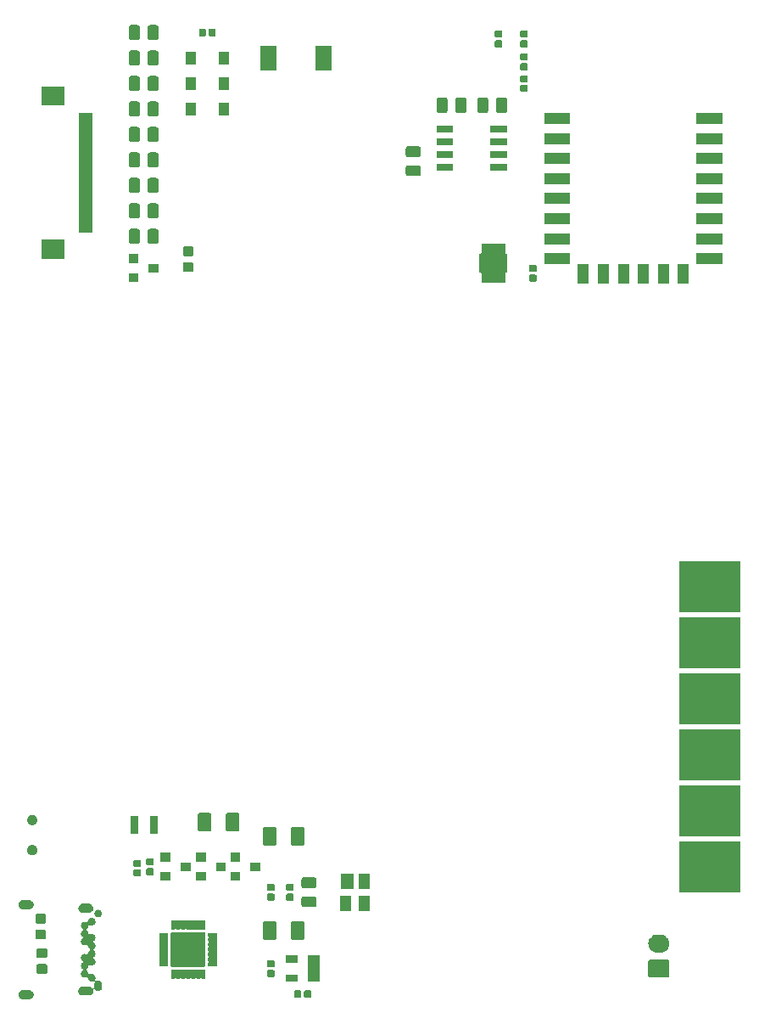
<source format=gbr>
G04 #@! TF.GenerationSoftware,KiCad,Pcbnew,5.0.2-bee76a0~70~ubuntu18.04.1*
G04 #@! TF.CreationDate,2019-01-18T14:13:04+00:00*
G04 #@! TF.ProjectId,badge,62616467-652e-46b6-9963-61645f706362,rev?*
G04 #@! TF.SameCoordinates,Original*
G04 #@! TF.FileFunction,Soldermask,Bot*
G04 #@! TF.FilePolarity,Negative*
%FSLAX46Y46*%
G04 Gerber Fmt 4.6, Leading zero omitted, Abs format (unit mm)*
G04 Created by KiCad (PCBNEW 5.0.2-bee76a0~70~ubuntu18.04.1) date Fri 18 Jan 2019 14:13:04 GMT*
%MOMM*%
%LPD*%
G01*
G04 APERTURE LIST*
%ADD10C,0.100000*%
G04 APERTURE END LIST*
D10*
G36*
X27393413Y-116440525D02*
X27468456Y-116463290D01*
X27478425Y-116466314D01*
X27556774Y-116508193D01*
X27625448Y-116564552D01*
X27681807Y-116633226D01*
X27723686Y-116711575D01*
X27723687Y-116711579D01*
X27749475Y-116796587D01*
X27758182Y-116885000D01*
X27749475Y-116973413D01*
X27729882Y-117038000D01*
X27723686Y-117058425D01*
X27681807Y-117136774D01*
X27625448Y-117205448D01*
X27556774Y-117261807D01*
X27478425Y-117303686D01*
X27468456Y-117306710D01*
X27393413Y-117329475D01*
X27327158Y-117336000D01*
X26682842Y-117336000D01*
X26616587Y-117329475D01*
X26541544Y-117306710D01*
X26531575Y-117303686D01*
X26453226Y-117261807D01*
X26384552Y-117205448D01*
X26328193Y-117136774D01*
X26286314Y-117058425D01*
X26280118Y-117038000D01*
X26260525Y-116973413D01*
X26251818Y-116885000D01*
X26260525Y-116796587D01*
X26286313Y-116711579D01*
X26286314Y-116711575D01*
X26328193Y-116633226D01*
X26384552Y-116564552D01*
X26453226Y-116508193D01*
X26531575Y-116466314D01*
X26541544Y-116463290D01*
X26616587Y-116440525D01*
X26682842Y-116434000D01*
X27327158Y-116434000D01*
X27393413Y-116440525D01*
X27393413Y-116440525D01*
G37*
G36*
X55351938Y-116471716D02*
X55372556Y-116477970D01*
X55391556Y-116488126D01*
X55408208Y-116501792D01*
X55421874Y-116518444D01*
X55432030Y-116537444D01*
X55438284Y-116558062D01*
X55441000Y-116585640D01*
X55441000Y-117094360D01*
X55438284Y-117121938D01*
X55432030Y-117142556D01*
X55421874Y-117161556D01*
X55408208Y-117178208D01*
X55391556Y-117191874D01*
X55372556Y-117202030D01*
X55351938Y-117208284D01*
X55324360Y-117211000D01*
X54865640Y-117211000D01*
X54838062Y-117208284D01*
X54817444Y-117202030D01*
X54798444Y-117191874D01*
X54781792Y-117178208D01*
X54768126Y-117161556D01*
X54757970Y-117142556D01*
X54751716Y-117121938D01*
X54749000Y-117094360D01*
X54749000Y-116585640D01*
X54751716Y-116558062D01*
X54757970Y-116537444D01*
X54768126Y-116518444D01*
X54781792Y-116501792D01*
X54798444Y-116488126D01*
X54817444Y-116477970D01*
X54838062Y-116471716D01*
X54865640Y-116469000D01*
X55324360Y-116469000D01*
X55351938Y-116471716D01*
X55351938Y-116471716D01*
G37*
G36*
X54381938Y-116471716D02*
X54402556Y-116477970D01*
X54421556Y-116488126D01*
X54438208Y-116501792D01*
X54451874Y-116518444D01*
X54462030Y-116537444D01*
X54468284Y-116558062D01*
X54471000Y-116585640D01*
X54471000Y-117094360D01*
X54468284Y-117121938D01*
X54462030Y-117142556D01*
X54451874Y-117161556D01*
X54438208Y-117178208D01*
X54421556Y-117191874D01*
X54402556Y-117202030D01*
X54381938Y-117208284D01*
X54354360Y-117211000D01*
X53895640Y-117211000D01*
X53868062Y-117208284D01*
X53847444Y-117202030D01*
X53828444Y-117191874D01*
X53811792Y-117178208D01*
X53798126Y-117161556D01*
X53787970Y-117142556D01*
X53781716Y-117121938D01*
X53779000Y-117094360D01*
X53779000Y-116585640D01*
X53781716Y-116558062D01*
X53787970Y-116537444D01*
X53798126Y-116518444D01*
X53811792Y-116501792D01*
X53828444Y-116488126D01*
X53847444Y-116477970D01*
X53868062Y-116471716D01*
X53895640Y-116469000D01*
X54354360Y-116469000D01*
X54381938Y-116471716D01*
X54381938Y-116471716D01*
G37*
G36*
X33664672Y-109233449D02*
X33664674Y-109233450D01*
X33664675Y-109233450D01*
X33733103Y-109261793D01*
X33794409Y-109302757D01*
X33794689Y-109302944D01*
X33847056Y-109355311D01*
X33847058Y-109355314D01*
X33888207Y-109416897D01*
X33916550Y-109485325D01*
X33916551Y-109485328D01*
X33931000Y-109557966D01*
X33931000Y-109632034D01*
X33916895Y-109702944D01*
X33916550Y-109704675D01*
X33888207Y-109773103D01*
X33858944Y-109816897D01*
X33847056Y-109834689D01*
X33794689Y-109887056D01*
X33794686Y-109887058D01*
X33733103Y-109928207D01*
X33664675Y-109956550D01*
X33664674Y-109956550D01*
X33664672Y-109956551D01*
X33592034Y-109971000D01*
X33517966Y-109971000D01*
X33445328Y-109956551D01*
X33445326Y-109956550D01*
X33445325Y-109956550D01*
X33401902Y-109938564D01*
X33378456Y-109931452D01*
X33354069Y-109929050D01*
X33329683Y-109931452D01*
X33306234Y-109938565D01*
X33284623Y-109950116D01*
X33265681Y-109965661D01*
X33250135Y-109984603D01*
X33238584Y-110006214D01*
X33231471Y-110029664D01*
X33231000Y-110032032D01*
X33231000Y-110032033D01*
X33216550Y-110104675D01*
X33188207Y-110173103D01*
X33147243Y-110234409D01*
X33147056Y-110234689D01*
X33094687Y-110287058D01*
X33088687Y-110291067D01*
X33069745Y-110306612D01*
X33054200Y-110325554D01*
X33042649Y-110347165D01*
X33035536Y-110370614D01*
X33033134Y-110395001D01*
X33035536Y-110419387D01*
X33042649Y-110442836D01*
X33054201Y-110464447D01*
X33069746Y-110483389D01*
X33088687Y-110498933D01*
X33094687Y-110502942D01*
X33147056Y-110555311D01*
X33147058Y-110555314D01*
X33188207Y-110616897D01*
X33202850Y-110652250D01*
X33216551Y-110685328D01*
X33231471Y-110760336D01*
X33238584Y-110783785D01*
X33250135Y-110805396D01*
X33265680Y-110824338D01*
X33284622Y-110839883D01*
X33306233Y-110851435D01*
X33329682Y-110858548D01*
X33354068Y-110860950D01*
X33378455Y-110858548D01*
X33401902Y-110851436D01*
X33445325Y-110833450D01*
X33445326Y-110833450D01*
X33445328Y-110833449D01*
X33517966Y-110819000D01*
X33592034Y-110819000D01*
X33664672Y-110833449D01*
X33664674Y-110833450D01*
X33664675Y-110833450D01*
X33733103Y-110861793D01*
X33788786Y-110899000D01*
X33794689Y-110902944D01*
X33847056Y-110955311D01*
X33847058Y-110955314D01*
X33888207Y-111016897D01*
X33916550Y-111085325D01*
X33916551Y-111085328D01*
X33931000Y-111157966D01*
X33931000Y-111232034D01*
X33917693Y-111298933D01*
X33916550Y-111304675D01*
X33888207Y-111373103D01*
X33858944Y-111416897D01*
X33847056Y-111434689D01*
X33794687Y-111487058D01*
X33788687Y-111491067D01*
X33769745Y-111506612D01*
X33754200Y-111525554D01*
X33742649Y-111547165D01*
X33735536Y-111570614D01*
X33733134Y-111595001D01*
X33735536Y-111619387D01*
X33742649Y-111642836D01*
X33754201Y-111664447D01*
X33769746Y-111683389D01*
X33788687Y-111698933D01*
X33794687Y-111702942D01*
X33847056Y-111755311D01*
X33847058Y-111755314D01*
X33888207Y-111816897D01*
X33895576Y-111834689D01*
X33916551Y-111885328D01*
X33931000Y-111957966D01*
X33931000Y-112032034D01*
X33924582Y-112064301D01*
X33916550Y-112104675D01*
X33888207Y-112173103D01*
X33867615Y-112203920D01*
X33847056Y-112234689D01*
X33794687Y-112287058D01*
X33788687Y-112291067D01*
X33769745Y-112306612D01*
X33754200Y-112325554D01*
X33742649Y-112347165D01*
X33735536Y-112370614D01*
X33733134Y-112395001D01*
X33735536Y-112419387D01*
X33742649Y-112442836D01*
X33754201Y-112464447D01*
X33769746Y-112483389D01*
X33788687Y-112498933D01*
X33794687Y-112502942D01*
X33847056Y-112555311D01*
X33847058Y-112555314D01*
X33888207Y-112616897D01*
X33904924Y-112657257D01*
X33916551Y-112685328D01*
X33931000Y-112757966D01*
X33931000Y-112832034D01*
X33916895Y-112902944D01*
X33916550Y-112904675D01*
X33888207Y-112973103D01*
X33859092Y-113016676D01*
X33847056Y-113034689D01*
X33794687Y-113087058D01*
X33788687Y-113091067D01*
X33769745Y-113106612D01*
X33754200Y-113125554D01*
X33742649Y-113147165D01*
X33735536Y-113170614D01*
X33733134Y-113195001D01*
X33735536Y-113219387D01*
X33742649Y-113242836D01*
X33754201Y-113264447D01*
X33769746Y-113283389D01*
X33788687Y-113298933D01*
X33794687Y-113302942D01*
X33847056Y-113355311D01*
X33847058Y-113355314D01*
X33888207Y-113416897D01*
X33915243Y-113482169D01*
X33916551Y-113485328D01*
X33931000Y-113557966D01*
X33931000Y-113632034D01*
X33916699Y-113703929D01*
X33916550Y-113704675D01*
X33888207Y-113773103D01*
X33865557Y-113807000D01*
X33847056Y-113834689D01*
X33794689Y-113887056D01*
X33794686Y-113887058D01*
X33733103Y-113928207D01*
X33664675Y-113956550D01*
X33664674Y-113956550D01*
X33664672Y-113956551D01*
X33592034Y-113971000D01*
X33517966Y-113971000D01*
X33445328Y-113956551D01*
X33445326Y-113956550D01*
X33445325Y-113956550D01*
X33401902Y-113938564D01*
X33378456Y-113931452D01*
X33354069Y-113929050D01*
X33329683Y-113931452D01*
X33306234Y-113938565D01*
X33284623Y-113950116D01*
X33265681Y-113965661D01*
X33250135Y-113984603D01*
X33238584Y-114006214D01*
X33231471Y-114029664D01*
X33217204Y-114101390D01*
X33216550Y-114104675D01*
X33188207Y-114173103D01*
X33147243Y-114234409D01*
X33147056Y-114234689D01*
X33094687Y-114287058D01*
X33088687Y-114291067D01*
X33069745Y-114306612D01*
X33054200Y-114325554D01*
X33042649Y-114347165D01*
X33035536Y-114370614D01*
X33033134Y-114395001D01*
X33035536Y-114419387D01*
X33042649Y-114442836D01*
X33054201Y-114464447D01*
X33069746Y-114483389D01*
X33088687Y-114498933D01*
X33094687Y-114502942D01*
X33147056Y-114555311D01*
X33147058Y-114555314D01*
X33188207Y-114616897D01*
X33216550Y-114685325D01*
X33216551Y-114685328D01*
X33220553Y-114705448D01*
X33227916Y-114742461D01*
X33231471Y-114760336D01*
X33238584Y-114783785D01*
X33250135Y-114805396D01*
X33265680Y-114824338D01*
X33284622Y-114839883D01*
X33306233Y-114851435D01*
X33329682Y-114858548D01*
X33354068Y-114860950D01*
X33378455Y-114858548D01*
X33401902Y-114851436D01*
X33445325Y-114833450D01*
X33445326Y-114833450D01*
X33445328Y-114833449D01*
X33517966Y-114819000D01*
X33592034Y-114819000D01*
X33664672Y-114833449D01*
X33664674Y-114833450D01*
X33664675Y-114833450D01*
X33733103Y-114861793D01*
X33794409Y-114902757D01*
X33794689Y-114902944D01*
X33847056Y-114955311D01*
X33847058Y-114955314D01*
X33888207Y-115016897D01*
X33916550Y-115085325D01*
X33916551Y-115085328D01*
X33931000Y-115157966D01*
X33931000Y-115232034D01*
X33916551Y-115304675D01*
X33906406Y-115329166D01*
X33899292Y-115352616D01*
X33896890Y-115377002D01*
X33899292Y-115401388D01*
X33906405Y-115424837D01*
X33917956Y-115446448D01*
X33933501Y-115465391D01*
X33952443Y-115480936D01*
X33974053Y-115492487D01*
X33997503Y-115499601D01*
X34021889Y-115502003D01*
X34046275Y-115499601D01*
X34058176Y-115496620D01*
X34131291Y-115474440D01*
X34205000Y-115467181D01*
X34278710Y-115474440D01*
X34349585Y-115495940D01*
X34414904Y-115530854D01*
X34472159Y-115577841D01*
X34519146Y-115635096D01*
X34554057Y-115700410D01*
X34554058Y-115700413D01*
X34554059Y-115700415D01*
X34575559Y-115771291D01*
X34575559Y-115771292D01*
X34575560Y-115771296D01*
X34581000Y-115826529D01*
X34581000Y-116163472D01*
X34575560Y-116218710D01*
X34554060Y-116289585D01*
X34519146Y-116354904D01*
X34472159Y-116412159D01*
X34414908Y-116459143D01*
X34349580Y-116494061D01*
X34278709Y-116515560D01*
X34205000Y-116522819D01*
X34131290Y-116515560D01*
X34060415Y-116494060D01*
X33995096Y-116459146D01*
X33937844Y-116412162D01*
X33925648Y-116397300D01*
X33908321Y-116379973D01*
X33887946Y-116366359D01*
X33865308Y-116356981D01*
X33841274Y-116352200D01*
X33816770Y-116352200D01*
X33792736Y-116356980D01*
X33770097Y-116366357D01*
X33749722Y-116379970D01*
X33732395Y-116397297D01*
X33718781Y-116417672D01*
X33709403Y-116440310D01*
X33704622Y-116464344D01*
X33704622Y-116488850D01*
X33708182Y-116525000D01*
X33699475Y-116613413D01*
X33676710Y-116688456D01*
X33673686Y-116698425D01*
X33631807Y-116776774D01*
X33575448Y-116845448D01*
X33506774Y-116901807D01*
X33428425Y-116943686D01*
X33418456Y-116946710D01*
X33343413Y-116969475D01*
X33277158Y-116976000D01*
X32632842Y-116976000D01*
X32566587Y-116969475D01*
X32491544Y-116946710D01*
X32481575Y-116943686D01*
X32403226Y-116901807D01*
X32334552Y-116845448D01*
X32278193Y-116776774D01*
X32236314Y-116698425D01*
X32233290Y-116688456D01*
X32210525Y-116613413D01*
X32201818Y-116525000D01*
X32210525Y-116436587D01*
X32234674Y-116356981D01*
X32236314Y-116351575D01*
X32278193Y-116273226D01*
X32334552Y-116204552D01*
X32403226Y-116148193D01*
X32481575Y-116106314D01*
X32491544Y-116103290D01*
X32566587Y-116080525D01*
X32632842Y-116074000D01*
X33277158Y-116074000D01*
X33343413Y-116080525D01*
X33418456Y-116103290D01*
X33428425Y-116106314D01*
X33506774Y-116148193D01*
X33570436Y-116200439D01*
X33575448Y-116204552D01*
X33607374Y-116243454D01*
X33624701Y-116260781D01*
X33645076Y-116274394D01*
X33667715Y-116283772D01*
X33691748Y-116288552D01*
X33716253Y-116288552D01*
X33740286Y-116283771D01*
X33762925Y-116274394D01*
X33783300Y-116260780D01*
X33800627Y-116243453D01*
X33814240Y-116223078D01*
X33823618Y-116200439D01*
X33829000Y-116164154D01*
X33829000Y-115826528D01*
X33834440Y-115771292D01*
X33856620Y-115698177D01*
X33861401Y-115674143D01*
X33861401Y-115649639D01*
X33856621Y-115625605D01*
X33847244Y-115602966D01*
X33833630Y-115582592D01*
X33816303Y-115565264D01*
X33795929Y-115551650D01*
X33773290Y-115542273D01*
X33749256Y-115537492D01*
X33724752Y-115537492D01*
X33700718Y-115542272D01*
X33689166Y-115546406D01*
X33664675Y-115556551D01*
X33592034Y-115571000D01*
X33517966Y-115571000D01*
X33445328Y-115556551D01*
X33445326Y-115556550D01*
X33445325Y-115556550D01*
X33376897Y-115528207D01*
X33315314Y-115487058D01*
X33315311Y-115487056D01*
X33262944Y-115434689D01*
X33240693Y-115401388D01*
X33221793Y-115373103D01*
X33193450Y-115304675D01*
X33190770Y-115291200D01*
X33178529Y-115229664D01*
X33171416Y-115206215D01*
X33159865Y-115184604D01*
X33144320Y-115165662D01*
X33125378Y-115150117D01*
X33103767Y-115138565D01*
X33080318Y-115131452D01*
X33055932Y-115129050D01*
X33031545Y-115131452D01*
X33008098Y-115138564D01*
X32964675Y-115156550D01*
X32964674Y-115156550D01*
X32964672Y-115156551D01*
X32892034Y-115171000D01*
X32817966Y-115171000D01*
X32745328Y-115156551D01*
X32745326Y-115156550D01*
X32745325Y-115156550D01*
X32676897Y-115128207D01*
X32615314Y-115087058D01*
X32615311Y-115087056D01*
X32562944Y-115034689D01*
X32551056Y-115016897D01*
X32521793Y-114973103D01*
X32493450Y-114904675D01*
X32493106Y-114902944D01*
X32479000Y-114832034D01*
X32479000Y-114757966D01*
X32493449Y-114685328D01*
X32493450Y-114685325D01*
X32521793Y-114616897D01*
X32562942Y-114555314D01*
X32562944Y-114555311D01*
X32615313Y-114502942D01*
X32621313Y-114498933D01*
X32640255Y-114483388D01*
X32655800Y-114464446D01*
X32667351Y-114442835D01*
X32674464Y-114419386D01*
X32676866Y-114394999D01*
X32674464Y-114370613D01*
X32667351Y-114347164D01*
X32655799Y-114325553D01*
X32640254Y-114306611D01*
X32621313Y-114291067D01*
X32615313Y-114287058D01*
X32562944Y-114234689D01*
X32562757Y-114234409D01*
X32521793Y-114173103D01*
X32493450Y-114104675D01*
X32492797Y-114101390D01*
X32479000Y-114032034D01*
X32479000Y-113957966D01*
X32493449Y-113885328D01*
X32500571Y-113868133D01*
X32521793Y-113816897D01*
X32562942Y-113755314D01*
X32562944Y-113755311D01*
X32615313Y-113702942D01*
X32621313Y-113698933D01*
X32640255Y-113683388D01*
X32655800Y-113664446D01*
X32667351Y-113642835D01*
X32674464Y-113619386D01*
X32676866Y-113594999D01*
X32674464Y-113570613D01*
X32667351Y-113547164D01*
X32655799Y-113525553D01*
X32640254Y-113506611D01*
X32621313Y-113491067D01*
X32615313Y-113487058D01*
X32562944Y-113434689D01*
X32548461Y-113413014D01*
X32521793Y-113373103D01*
X32493450Y-113304675D01*
X32492308Y-113298933D01*
X32479000Y-113232034D01*
X32479000Y-113157966D01*
X32493449Y-113085328D01*
X32493450Y-113085325D01*
X32521793Y-113016897D01*
X32562942Y-112955314D01*
X32562944Y-112955311D01*
X32615311Y-112902944D01*
X32615591Y-112902757D01*
X32676897Y-112861793D01*
X32745325Y-112833450D01*
X32745326Y-112833450D01*
X32745328Y-112833449D01*
X32817966Y-112819000D01*
X32892034Y-112819000D01*
X32964672Y-112833449D01*
X32964674Y-112833450D01*
X32964675Y-112833450D01*
X33008098Y-112851436D01*
X33031544Y-112858548D01*
X33055931Y-112860950D01*
X33080317Y-112858548D01*
X33103766Y-112851435D01*
X33125377Y-112839884D01*
X33144319Y-112824339D01*
X33159865Y-112805397D01*
X33171416Y-112783786D01*
X33178529Y-112760336D01*
X33193449Y-112685328D01*
X33205076Y-112657257D01*
X33221793Y-112616897D01*
X33262942Y-112555314D01*
X33262944Y-112555311D01*
X33315313Y-112502942D01*
X33321313Y-112498933D01*
X33340255Y-112483388D01*
X33355800Y-112464446D01*
X33367351Y-112442835D01*
X33374464Y-112419386D01*
X33376866Y-112394999D01*
X33374464Y-112370613D01*
X33367351Y-112347164D01*
X33355799Y-112325553D01*
X33340254Y-112306611D01*
X33321313Y-112291067D01*
X33315313Y-112287058D01*
X33262944Y-112234689D01*
X33242385Y-112203920D01*
X33221793Y-112173103D01*
X33193450Y-112104675D01*
X33179000Y-112032033D01*
X33179000Y-112032032D01*
X33178529Y-112029664D01*
X33171416Y-112006215D01*
X33159865Y-111984604D01*
X33144320Y-111965662D01*
X33125378Y-111950117D01*
X33103767Y-111938565D01*
X33080318Y-111931452D01*
X33055932Y-111929050D01*
X33031545Y-111931452D01*
X33008098Y-111938564D01*
X32964675Y-111956550D01*
X32964674Y-111956550D01*
X32964672Y-111956551D01*
X32892034Y-111971000D01*
X32817966Y-111971000D01*
X32745328Y-111956551D01*
X32745326Y-111956550D01*
X32745325Y-111956550D01*
X32676897Y-111928207D01*
X32615314Y-111887058D01*
X32615311Y-111887056D01*
X32562944Y-111834689D01*
X32544443Y-111807000D01*
X32521793Y-111773103D01*
X32493450Y-111704675D01*
X32493302Y-111703929D01*
X32479000Y-111632034D01*
X32479000Y-111557966D01*
X32493449Y-111485328D01*
X32506618Y-111453534D01*
X32521793Y-111416897D01*
X32562942Y-111355314D01*
X32562944Y-111355311D01*
X32615313Y-111302942D01*
X32621313Y-111298933D01*
X32640255Y-111283388D01*
X32655800Y-111264446D01*
X32667351Y-111242835D01*
X32674464Y-111219386D01*
X32676866Y-111194999D01*
X32674464Y-111170613D01*
X32667351Y-111147164D01*
X32655799Y-111125553D01*
X32640254Y-111106611D01*
X32621313Y-111091067D01*
X32615313Y-111087058D01*
X32562944Y-111034689D01*
X32550908Y-111016676D01*
X32521793Y-110973103D01*
X32493450Y-110904675D01*
X32493106Y-110902944D01*
X32479000Y-110832034D01*
X32479000Y-110757966D01*
X32493449Y-110685328D01*
X32507150Y-110652250D01*
X32521793Y-110616897D01*
X32562942Y-110555314D01*
X32562944Y-110555311D01*
X32615313Y-110502942D01*
X32621313Y-110498933D01*
X32640255Y-110483388D01*
X32655800Y-110464446D01*
X32667351Y-110442835D01*
X32674464Y-110419386D01*
X32676866Y-110394999D01*
X32674464Y-110370613D01*
X32667351Y-110347164D01*
X32655799Y-110325553D01*
X32640254Y-110306611D01*
X32621313Y-110291067D01*
X32615313Y-110287058D01*
X32562944Y-110234689D01*
X32562757Y-110234409D01*
X32521793Y-110173103D01*
X32493450Y-110104675D01*
X32479000Y-110032033D01*
X32479000Y-109957966D01*
X32493449Y-109885328D01*
X32514424Y-109834689D01*
X32521793Y-109816897D01*
X32562942Y-109755314D01*
X32562944Y-109755311D01*
X32615311Y-109702944D01*
X32642383Y-109684855D01*
X32676897Y-109661793D01*
X32745325Y-109633450D01*
X32745326Y-109633450D01*
X32745328Y-109633449D01*
X32817966Y-109619000D01*
X32892034Y-109619000D01*
X32964672Y-109633449D01*
X32964674Y-109633450D01*
X32964675Y-109633450D01*
X33008098Y-109651436D01*
X33031544Y-109658548D01*
X33055931Y-109660950D01*
X33080317Y-109658548D01*
X33103766Y-109651435D01*
X33125377Y-109639884D01*
X33144319Y-109624339D01*
X33159865Y-109605397D01*
X33171416Y-109583786D01*
X33178529Y-109560336D01*
X33193449Y-109485328D01*
X33193450Y-109485325D01*
X33221793Y-109416897D01*
X33262942Y-109355314D01*
X33262944Y-109355311D01*
X33315311Y-109302944D01*
X33315591Y-109302757D01*
X33376897Y-109261793D01*
X33445325Y-109233450D01*
X33445326Y-109233450D01*
X33445328Y-109233449D01*
X33517966Y-109219000D01*
X33592034Y-109219000D01*
X33664672Y-109233449D01*
X33664672Y-109233449D01*
G37*
G36*
X54091000Y-115626000D02*
X52929000Y-115626000D01*
X52929000Y-114874000D01*
X54091000Y-114874000D01*
X54091000Y-115626000D01*
X54091000Y-115626000D01*
G37*
G36*
X56291000Y-115626000D02*
X55129000Y-115626000D01*
X55129000Y-112974000D01*
X56291000Y-112974000D01*
X56291000Y-115626000D01*
X56291000Y-115626000D01*
G37*
G36*
X41835357Y-114395083D02*
X41840028Y-114396500D01*
X41844330Y-114398800D01*
X41850705Y-114404031D01*
X41871080Y-114417644D01*
X41893719Y-114427020D01*
X41917753Y-114431800D01*
X41942257Y-114431799D01*
X41966291Y-114427017D01*
X41988929Y-114417639D01*
X42009295Y-114404031D01*
X42015670Y-114398800D01*
X42019972Y-114396500D01*
X42024643Y-114395083D01*
X42035641Y-114394000D01*
X42324359Y-114394000D01*
X42335357Y-114395083D01*
X42340028Y-114396500D01*
X42344330Y-114398800D01*
X42350705Y-114404031D01*
X42371080Y-114417644D01*
X42393719Y-114427020D01*
X42417753Y-114431800D01*
X42442257Y-114431799D01*
X42466291Y-114427017D01*
X42488929Y-114417639D01*
X42509295Y-114404031D01*
X42515670Y-114398800D01*
X42519972Y-114396500D01*
X42524643Y-114395083D01*
X42535641Y-114394000D01*
X42824359Y-114394000D01*
X42835357Y-114395083D01*
X42840028Y-114396500D01*
X42844330Y-114398800D01*
X42850705Y-114404031D01*
X42871080Y-114417644D01*
X42893719Y-114427020D01*
X42917753Y-114431800D01*
X42942257Y-114431799D01*
X42966291Y-114427017D01*
X42988929Y-114417639D01*
X43009295Y-114404031D01*
X43015670Y-114398800D01*
X43019972Y-114396500D01*
X43024643Y-114395083D01*
X43035641Y-114394000D01*
X43324359Y-114394000D01*
X43335357Y-114395083D01*
X43340028Y-114396500D01*
X43344330Y-114398800D01*
X43350705Y-114404031D01*
X43371080Y-114417644D01*
X43393719Y-114427020D01*
X43417753Y-114431800D01*
X43442257Y-114431799D01*
X43466291Y-114427017D01*
X43488929Y-114417639D01*
X43509295Y-114404031D01*
X43515670Y-114398800D01*
X43519972Y-114396500D01*
X43524643Y-114395083D01*
X43535641Y-114394000D01*
X43824359Y-114394000D01*
X43835357Y-114395083D01*
X43840028Y-114396500D01*
X43844330Y-114398800D01*
X43850705Y-114404031D01*
X43871080Y-114417644D01*
X43893719Y-114427020D01*
X43917753Y-114431800D01*
X43942257Y-114431799D01*
X43966291Y-114427017D01*
X43988929Y-114417639D01*
X44009295Y-114404031D01*
X44015670Y-114398800D01*
X44019972Y-114396500D01*
X44024643Y-114395083D01*
X44035641Y-114394000D01*
X44324359Y-114394000D01*
X44335357Y-114395083D01*
X44340028Y-114396500D01*
X44344330Y-114398800D01*
X44350705Y-114404031D01*
X44371080Y-114417644D01*
X44393719Y-114427020D01*
X44417753Y-114431800D01*
X44442257Y-114431799D01*
X44466291Y-114427017D01*
X44488929Y-114417639D01*
X44509295Y-114404031D01*
X44515670Y-114398800D01*
X44519972Y-114396500D01*
X44524643Y-114395083D01*
X44535641Y-114394000D01*
X44824359Y-114394000D01*
X44835357Y-114395083D01*
X44840028Y-114396500D01*
X44844330Y-114398800D01*
X44848104Y-114401896D01*
X44851200Y-114405670D01*
X44853500Y-114409972D01*
X44854917Y-114414643D01*
X44856000Y-114425641D01*
X44856000Y-115264359D01*
X44854917Y-115275357D01*
X44853500Y-115280028D01*
X44851200Y-115284330D01*
X44848104Y-115288104D01*
X44844330Y-115291200D01*
X44840028Y-115293500D01*
X44835357Y-115294917D01*
X44824359Y-115296000D01*
X44535641Y-115296000D01*
X44524643Y-115294917D01*
X44519972Y-115293500D01*
X44515670Y-115291200D01*
X44509295Y-115285969D01*
X44488920Y-115272356D01*
X44466281Y-115262980D01*
X44442247Y-115258200D01*
X44417743Y-115258201D01*
X44393709Y-115262983D01*
X44371071Y-115272361D01*
X44350705Y-115285969D01*
X44344330Y-115291200D01*
X44340028Y-115293500D01*
X44335357Y-115294917D01*
X44324359Y-115296000D01*
X44035641Y-115296000D01*
X44024643Y-115294917D01*
X44019972Y-115293500D01*
X44015670Y-115291200D01*
X44009295Y-115285969D01*
X43988920Y-115272356D01*
X43966281Y-115262980D01*
X43942247Y-115258200D01*
X43917743Y-115258201D01*
X43893709Y-115262983D01*
X43871071Y-115272361D01*
X43850705Y-115285969D01*
X43844330Y-115291200D01*
X43840028Y-115293500D01*
X43835357Y-115294917D01*
X43824359Y-115296000D01*
X43535641Y-115296000D01*
X43524643Y-115294917D01*
X43519972Y-115293500D01*
X43515670Y-115291200D01*
X43509295Y-115285969D01*
X43488920Y-115272356D01*
X43466281Y-115262980D01*
X43442247Y-115258200D01*
X43417743Y-115258201D01*
X43393709Y-115262983D01*
X43371071Y-115272361D01*
X43350705Y-115285969D01*
X43344330Y-115291200D01*
X43340028Y-115293500D01*
X43335357Y-115294917D01*
X43324359Y-115296000D01*
X43035641Y-115296000D01*
X43024643Y-115294917D01*
X43019972Y-115293500D01*
X43015670Y-115291200D01*
X43009295Y-115285969D01*
X42988920Y-115272356D01*
X42966281Y-115262980D01*
X42942247Y-115258200D01*
X42917743Y-115258201D01*
X42893709Y-115262983D01*
X42871071Y-115272361D01*
X42850705Y-115285969D01*
X42844330Y-115291200D01*
X42840028Y-115293500D01*
X42835357Y-115294917D01*
X42824359Y-115296000D01*
X42535641Y-115296000D01*
X42524643Y-115294917D01*
X42519972Y-115293500D01*
X42515670Y-115291200D01*
X42509295Y-115285969D01*
X42488920Y-115272356D01*
X42466281Y-115262980D01*
X42442247Y-115258200D01*
X42417743Y-115258201D01*
X42393709Y-115262983D01*
X42371071Y-115272361D01*
X42350705Y-115285969D01*
X42344330Y-115291200D01*
X42340028Y-115293500D01*
X42335357Y-115294917D01*
X42324359Y-115296000D01*
X42035641Y-115296000D01*
X42024643Y-115294917D01*
X42019972Y-115293500D01*
X42015670Y-115291200D01*
X42009295Y-115285969D01*
X41988920Y-115272356D01*
X41966281Y-115262980D01*
X41942247Y-115258200D01*
X41917743Y-115258201D01*
X41893709Y-115262983D01*
X41871071Y-115272361D01*
X41850705Y-115285969D01*
X41844330Y-115291200D01*
X41840028Y-115293500D01*
X41835357Y-115294917D01*
X41824359Y-115296000D01*
X41535641Y-115296000D01*
X41524643Y-115294917D01*
X41519972Y-115293500D01*
X41515670Y-115291200D01*
X41511896Y-115288104D01*
X41508800Y-115284330D01*
X41506500Y-115280028D01*
X41505083Y-115275357D01*
X41504000Y-115264359D01*
X41504000Y-114425641D01*
X41505083Y-114414643D01*
X41506500Y-114409972D01*
X41508800Y-114405670D01*
X41511896Y-114401896D01*
X41515670Y-114398800D01*
X41519972Y-114396500D01*
X41524643Y-114395083D01*
X41535641Y-114394000D01*
X41824359Y-114394000D01*
X41835357Y-114395083D01*
X41835357Y-114395083D01*
G37*
G36*
X91078600Y-113402989D02*
X91111649Y-113413014D01*
X91142106Y-113429294D01*
X91168799Y-113451201D01*
X91190706Y-113477894D01*
X91206986Y-113508351D01*
X91217011Y-113541400D01*
X91221000Y-113581904D01*
X91221000Y-115018096D01*
X91217011Y-115058600D01*
X91206986Y-115091649D01*
X91190706Y-115122106D01*
X91168799Y-115148799D01*
X91142106Y-115170706D01*
X91111649Y-115186986D01*
X91078600Y-115197011D01*
X91038096Y-115201000D01*
X89301904Y-115201000D01*
X89261400Y-115197011D01*
X89228351Y-115186986D01*
X89197894Y-115170706D01*
X89171201Y-115148799D01*
X89149294Y-115122106D01*
X89133014Y-115091649D01*
X89122989Y-115058600D01*
X89119000Y-115018096D01*
X89119000Y-113581904D01*
X89122989Y-113541400D01*
X89133014Y-113508351D01*
X89149294Y-113477894D01*
X89171201Y-113451201D01*
X89197894Y-113429294D01*
X89228351Y-113413014D01*
X89261400Y-113402989D01*
X89301904Y-113399000D01*
X91038096Y-113399000D01*
X91078600Y-113402989D01*
X91078600Y-113402989D01*
G37*
G36*
X51716938Y-114441716D02*
X51737556Y-114447970D01*
X51756556Y-114458126D01*
X51773208Y-114471792D01*
X51786874Y-114488444D01*
X51797030Y-114507444D01*
X51803284Y-114528062D01*
X51806000Y-114555640D01*
X51806000Y-115014360D01*
X51803284Y-115041938D01*
X51797030Y-115062556D01*
X51786874Y-115081556D01*
X51773208Y-115098208D01*
X51756556Y-115111874D01*
X51737556Y-115122030D01*
X51716938Y-115128284D01*
X51689360Y-115131000D01*
X51180640Y-115131000D01*
X51153062Y-115128284D01*
X51132444Y-115122030D01*
X51113444Y-115111874D01*
X51096792Y-115098208D01*
X51083126Y-115081556D01*
X51072970Y-115062556D01*
X51066716Y-115041938D01*
X51064000Y-115014360D01*
X51064000Y-114555640D01*
X51066716Y-114528062D01*
X51072970Y-114507444D01*
X51083126Y-114488444D01*
X51096792Y-114471792D01*
X51113444Y-114458126D01*
X51132444Y-114447970D01*
X51153062Y-114441716D01*
X51180640Y-114439000D01*
X51689360Y-114439000D01*
X51716938Y-114441716D01*
X51716938Y-114441716D01*
G37*
G36*
X28954591Y-113841085D02*
X28988569Y-113851393D01*
X29019887Y-113868133D01*
X29047339Y-113890661D01*
X29069867Y-113918113D01*
X29086607Y-113949431D01*
X29096915Y-113983409D01*
X29101000Y-114024890D01*
X29101000Y-114626110D01*
X29096915Y-114667591D01*
X29086607Y-114701569D01*
X29069867Y-114732887D01*
X29047339Y-114760339D01*
X29019887Y-114782867D01*
X28988569Y-114799607D01*
X28954591Y-114809915D01*
X28913110Y-114814000D01*
X28236890Y-114814000D01*
X28195409Y-114809915D01*
X28161431Y-114799607D01*
X28130113Y-114782867D01*
X28102661Y-114760339D01*
X28080133Y-114732887D01*
X28063393Y-114701569D01*
X28053085Y-114667591D01*
X28049000Y-114626110D01*
X28049000Y-114024890D01*
X28053085Y-113983409D01*
X28063393Y-113949431D01*
X28080133Y-113918113D01*
X28102661Y-113890661D01*
X28130113Y-113868133D01*
X28161431Y-113851393D01*
X28195409Y-113841085D01*
X28236890Y-113837000D01*
X28913110Y-113837000D01*
X28954591Y-113841085D01*
X28954591Y-113841085D01*
G37*
G36*
X51716938Y-113471716D02*
X51737556Y-113477970D01*
X51756556Y-113488126D01*
X51773208Y-113501792D01*
X51786874Y-113518444D01*
X51797030Y-113537444D01*
X51803284Y-113558062D01*
X51806000Y-113585640D01*
X51806000Y-114044360D01*
X51803284Y-114071938D01*
X51797030Y-114092556D01*
X51786874Y-114111556D01*
X51773208Y-114128208D01*
X51756556Y-114141874D01*
X51737556Y-114152030D01*
X51716938Y-114158284D01*
X51689360Y-114161000D01*
X51180640Y-114161000D01*
X51153062Y-114158284D01*
X51132444Y-114152030D01*
X51113444Y-114141874D01*
X51096792Y-114128208D01*
X51083126Y-114111556D01*
X51072970Y-114092556D01*
X51066716Y-114071938D01*
X51064000Y-114044360D01*
X51064000Y-113585640D01*
X51066716Y-113558062D01*
X51072970Y-113537444D01*
X51083126Y-113518444D01*
X51096792Y-113501792D01*
X51113444Y-113488126D01*
X51132444Y-113477970D01*
X51153062Y-113471716D01*
X51180640Y-113469000D01*
X51689360Y-113469000D01*
X51716938Y-113471716D01*
X51716938Y-113471716D01*
G37*
G36*
X44784123Y-110672499D02*
X44812387Y-110681073D01*
X44838437Y-110694997D01*
X44861267Y-110713733D01*
X44880003Y-110736563D01*
X44893927Y-110762613D01*
X44902501Y-110790877D01*
X44906000Y-110826407D01*
X44906000Y-113963593D01*
X44902501Y-113999123D01*
X44893927Y-114027387D01*
X44880003Y-114053437D01*
X44861267Y-114076267D01*
X44838437Y-114095003D01*
X44812387Y-114108927D01*
X44784123Y-114117501D01*
X44748593Y-114121000D01*
X41611407Y-114121000D01*
X41575877Y-114117501D01*
X41547613Y-114108927D01*
X41521563Y-114095003D01*
X41498733Y-114076267D01*
X41479997Y-114053437D01*
X41466073Y-114027387D01*
X41457499Y-113999123D01*
X41454000Y-113963593D01*
X41454000Y-110826407D01*
X41457499Y-110790877D01*
X41466073Y-110762613D01*
X41479997Y-110736563D01*
X41498733Y-110713733D01*
X41521563Y-110694997D01*
X41547613Y-110681073D01*
X41575877Y-110672499D01*
X41611407Y-110669000D01*
X44748593Y-110669000D01*
X44784123Y-110672499D01*
X44784123Y-110672499D01*
G37*
G36*
X46060357Y-110720083D02*
X46065028Y-110721500D01*
X46069330Y-110723800D01*
X46073104Y-110726896D01*
X46076200Y-110730670D01*
X46078500Y-110734972D01*
X46079917Y-110739643D01*
X46081000Y-110750641D01*
X46081000Y-111039359D01*
X46079917Y-111050357D01*
X46078500Y-111055028D01*
X46076200Y-111059330D01*
X46070969Y-111065705D01*
X46057356Y-111086080D01*
X46047980Y-111108719D01*
X46043200Y-111132753D01*
X46043201Y-111157257D01*
X46047983Y-111181291D01*
X46057361Y-111203929D01*
X46070969Y-111224295D01*
X46076200Y-111230670D01*
X46078500Y-111234972D01*
X46079917Y-111239643D01*
X46081000Y-111250641D01*
X46081000Y-111539359D01*
X46079917Y-111550357D01*
X46078500Y-111555028D01*
X46076200Y-111559330D01*
X46070969Y-111565705D01*
X46057356Y-111586080D01*
X46047980Y-111608719D01*
X46043200Y-111632753D01*
X46043201Y-111657257D01*
X46047983Y-111681291D01*
X46057361Y-111703929D01*
X46070969Y-111724295D01*
X46076200Y-111730670D01*
X46078500Y-111734972D01*
X46079917Y-111739643D01*
X46081000Y-111750641D01*
X46081000Y-112039359D01*
X46079917Y-112050357D01*
X46078500Y-112055028D01*
X46076200Y-112059330D01*
X46070969Y-112065705D01*
X46057356Y-112086080D01*
X46047980Y-112108719D01*
X46043200Y-112132753D01*
X46043201Y-112157257D01*
X46047983Y-112181291D01*
X46057361Y-112203929D01*
X46070969Y-112224295D01*
X46076200Y-112230670D01*
X46078500Y-112234972D01*
X46079917Y-112239643D01*
X46081000Y-112250641D01*
X46081000Y-112539359D01*
X46079917Y-112550357D01*
X46078500Y-112555028D01*
X46076200Y-112559330D01*
X46070969Y-112565705D01*
X46057356Y-112586080D01*
X46047980Y-112608719D01*
X46043200Y-112632753D01*
X46043201Y-112657257D01*
X46047983Y-112681291D01*
X46057361Y-112703929D01*
X46070969Y-112724295D01*
X46076200Y-112730670D01*
X46078500Y-112734972D01*
X46079917Y-112739643D01*
X46081000Y-112750641D01*
X46081000Y-113039359D01*
X46079917Y-113050357D01*
X46078500Y-113055028D01*
X46076200Y-113059330D01*
X46070969Y-113065705D01*
X46057356Y-113086080D01*
X46047980Y-113108719D01*
X46043200Y-113132753D01*
X46043201Y-113157257D01*
X46047983Y-113181291D01*
X46057361Y-113203929D01*
X46070969Y-113224295D01*
X46076200Y-113230670D01*
X46078500Y-113234972D01*
X46079917Y-113239643D01*
X46081000Y-113250641D01*
X46081000Y-113539359D01*
X46079917Y-113550357D01*
X46078500Y-113555028D01*
X46076200Y-113559330D01*
X46070969Y-113565705D01*
X46057356Y-113586080D01*
X46047980Y-113608719D01*
X46043200Y-113632753D01*
X46043201Y-113657257D01*
X46047983Y-113681291D01*
X46057361Y-113703929D01*
X46070969Y-113724295D01*
X46076200Y-113730670D01*
X46078500Y-113734972D01*
X46079917Y-113739643D01*
X46081000Y-113750641D01*
X46081000Y-114039359D01*
X46079917Y-114050357D01*
X46078500Y-114055028D01*
X46076200Y-114059330D01*
X46073104Y-114063104D01*
X46069330Y-114066200D01*
X46065028Y-114068500D01*
X46060357Y-114069917D01*
X46049359Y-114071000D01*
X45210641Y-114071000D01*
X45199643Y-114069917D01*
X45194972Y-114068500D01*
X45190670Y-114066200D01*
X45186896Y-114063104D01*
X45183800Y-114059330D01*
X45181500Y-114055028D01*
X45180083Y-114050357D01*
X45179000Y-114039359D01*
X45179000Y-113750641D01*
X45180083Y-113739643D01*
X45181500Y-113734972D01*
X45183800Y-113730670D01*
X45189031Y-113724295D01*
X45202644Y-113703920D01*
X45212020Y-113681281D01*
X45216800Y-113657247D01*
X45216799Y-113632743D01*
X45212017Y-113608709D01*
X45202639Y-113586071D01*
X45189031Y-113565705D01*
X45183800Y-113559330D01*
X45181500Y-113555028D01*
X45180083Y-113550357D01*
X45179000Y-113539359D01*
X45179000Y-113250641D01*
X45180083Y-113239643D01*
X45181500Y-113234972D01*
X45183800Y-113230670D01*
X45189031Y-113224295D01*
X45202644Y-113203920D01*
X45212020Y-113181281D01*
X45216800Y-113157247D01*
X45216799Y-113132743D01*
X45212017Y-113108709D01*
X45202639Y-113086071D01*
X45189031Y-113065705D01*
X45183800Y-113059330D01*
X45181500Y-113055028D01*
X45180083Y-113050357D01*
X45179000Y-113039359D01*
X45179000Y-112750641D01*
X45180083Y-112739643D01*
X45181500Y-112734972D01*
X45183800Y-112730670D01*
X45189031Y-112724295D01*
X45202644Y-112703920D01*
X45212020Y-112681281D01*
X45216800Y-112657247D01*
X45216799Y-112632743D01*
X45212017Y-112608709D01*
X45202639Y-112586071D01*
X45189031Y-112565705D01*
X45183800Y-112559330D01*
X45181500Y-112555028D01*
X45180083Y-112550357D01*
X45179000Y-112539359D01*
X45179000Y-112250641D01*
X45180083Y-112239643D01*
X45181500Y-112234972D01*
X45183800Y-112230670D01*
X45189031Y-112224295D01*
X45202644Y-112203920D01*
X45212020Y-112181281D01*
X45216800Y-112157247D01*
X45216799Y-112132743D01*
X45212017Y-112108709D01*
X45202639Y-112086071D01*
X45189031Y-112065705D01*
X45183800Y-112059330D01*
X45181500Y-112055028D01*
X45180083Y-112050357D01*
X45179000Y-112039359D01*
X45179000Y-111750641D01*
X45180083Y-111739643D01*
X45181500Y-111734972D01*
X45183800Y-111730670D01*
X45189031Y-111724295D01*
X45202644Y-111703920D01*
X45212020Y-111681281D01*
X45216800Y-111657247D01*
X45216799Y-111632743D01*
X45212017Y-111608709D01*
X45202639Y-111586071D01*
X45189031Y-111565705D01*
X45183800Y-111559330D01*
X45181500Y-111555028D01*
X45180083Y-111550357D01*
X45179000Y-111539359D01*
X45179000Y-111250641D01*
X45180083Y-111239643D01*
X45181500Y-111234972D01*
X45183800Y-111230670D01*
X45189031Y-111224295D01*
X45202644Y-111203920D01*
X45212020Y-111181281D01*
X45216800Y-111157247D01*
X45216799Y-111132743D01*
X45212017Y-111108709D01*
X45202639Y-111086071D01*
X45189031Y-111065705D01*
X45183800Y-111059330D01*
X45181500Y-111055028D01*
X45180083Y-111050357D01*
X45179000Y-111039359D01*
X45179000Y-110750641D01*
X45180083Y-110739643D01*
X45181500Y-110734972D01*
X45183800Y-110730670D01*
X45186896Y-110726896D01*
X45190670Y-110723800D01*
X45194972Y-110721500D01*
X45199643Y-110720083D01*
X45210641Y-110719000D01*
X46049359Y-110719000D01*
X46060357Y-110720083D01*
X46060357Y-110720083D01*
G37*
G36*
X41160357Y-110720083D02*
X41165028Y-110721500D01*
X41169330Y-110723800D01*
X41173104Y-110726896D01*
X41176200Y-110730670D01*
X41178500Y-110734972D01*
X41179917Y-110739643D01*
X41181000Y-110750641D01*
X41181000Y-111039359D01*
X41179917Y-111050357D01*
X41178500Y-111055028D01*
X41176200Y-111059330D01*
X41170969Y-111065705D01*
X41157356Y-111086080D01*
X41147980Y-111108719D01*
X41143200Y-111132753D01*
X41143201Y-111157257D01*
X41147983Y-111181291D01*
X41157361Y-111203929D01*
X41170969Y-111224295D01*
X41176200Y-111230670D01*
X41178500Y-111234972D01*
X41179917Y-111239643D01*
X41181000Y-111250641D01*
X41181000Y-111539359D01*
X41179917Y-111550357D01*
X41178500Y-111555028D01*
X41176200Y-111559330D01*
X41170969Y-111565705D01*
X41157356Y-111586080D01*
X41147980Y-111608719D01*
X41143200Y-111632753D01*
X41143201Y-111657257D01*
X41147983Y-111681291D01*
X41157361Y-111703929D01*
X41170969Y-111724295D01*
X41176200Y-111730670D01*
X41178500Y-111734972D01*
X41179917Y-111739643D01*
X41181000Y-111750641D01*
X41181000Y-112039359D01*
X41179917Y-112050357D01*
X41178500Y-112055028D01*
X41176200Y-112059330D01*
X41170969Y-112065705D01*
X41157356Y-112086080D01*
X41147980Y-112108719D01*
X41143200Y-112132753D01*
X41143201Y-112157257D01*
X41147983Y-112181291D01*
X41157361Y-112203929D01*
X41170969Y-112224295D01*
X41176200Y-112230670D01*
X41178500Y-112234972D01*
X41179917Y-112239643D01*
X41181000Y-112250641D01*
X41181000Y-112539359D01*
X41179917Y-112550357D01*
X41178500Y-112555028D01*
X41176200Y-112559330D01*
X41170969Y-112565705D01*
X41157356Y-112586080D01*
X41147980Y-112608719D01*
X41143200Y-112632753D01*
X41143201Y-112657257D01*
X41147983Y-112681291D01*
X41157361Y-112703929D01*
X41170969Y-112724295D01*
X41176200Y-112730670D01*
X41178500Y-112734972D01*
X41179917Y-112739643D01*
X41181000Y-112750641D01*
X41181000Y-113039359D01*
X41179917Y-113050357D01*
X41178500Y-113055028D01*
X41176200Y-113059330D01*
X41170969Y-113065705D01*
X41157356Y-113086080D01*
X41147980Y-113108719D01*
X41143200Y-113132753D01*
X41143201Y-113157257D01*
X41147983Y-113181291D01*
X41157361Y-113203929D01*
X41170969Y-113224295D01*
X41176200Y-113230670D01*
X41178500Y-113234972D01*
X41179917Y-113239643D01*
X41181000Y-113250641D01*
X41181000Y-113539359D01*
X41179917Y-113550357D01*
X41178500Y-113555028D01*
X41176200Y-113559330D01*
X41170969Y-113565705D01*
X41157356Y-113586080D01*
X41147980Y-113608719D01*
X41143200Y-113632753D01*
X41143201Y-113657257D01*
X41147983Y-113681291D01*
X41157361Y-113703929D01*
X41170969Y-113724295D01*
X41176200Y-113730670D01*
X41178500Y-113734972D01*
X41179917Y-113739643D01*
X41181000Y-113750641D01*
X41181000Y-114039359D01*
X41179917Y-114050357D01*
X41178500Y-114055028D01*
X41176200Y-114059330D01*
X41173104Y-114063104D01*
X41169330Y-114066200D01*
X41165028Y-114068500D01*
X41160357Y-114069917D01*
X41149359Y-114071000D01*
X40310641Y-114071000D01*
X40299643Y-114069917D01*
X40294972Y-114068500D01*
X40290670Y-114066200D01*
X40286896Y-114063104D01*
X40283800Y-114059330D01*
X40281500Y-114055028D01*
X40280083Y-114050357D01*
X40279000Y-114039359D01*
X40279000Y-113750641D01*
X40280083Y-113739643D01*
X40281500Y-113734972D01*
X40283800Y-113730670D01*
X40289031Y-113724295D01*
X40302644Y-113703920D01*
X40312020Y-113681281D01*
X40316800Y-113657247D01*
X40316799Y-113632743D01*
X40312017Y-113608709D01*
X40302639Y-113586071D01*
X40289031Y-113565705D01*
X40283800Y-113559330D01*
X40281500Y-113555028D01*
X40280083Y-113550357D01*
X40279000Y-113539359D01*
X40279000Y-113250641D01*
X40280083Y-113239643D01*
X40281500Y-113234972D01*
X40283800Y-113230670D01*
X40289031Y-113224295D01*
X40302644Y-113203920D01*
X40312020Y-113181281D01*
X40316800Y-113157247D01*
X40316799Y-113132743D01*
X40312017Y-113108709D01*
X40302639Y-113086071D01*
X40289031Y-113065705D01*
X40283800Y-113059330D01*
X40281500Y-113055028D01*
X40280083Y-113050357D01*
X40279000Y-113039359D01*
X40279000Y-112750641D01*
X40280083Y-112739643D01*
X40281500Y-112734972D01*
X40283800Y-112730670D01*
X40289031Y-112724295D01*
X40302644Y-112703920D01*
X40312020Y-112681281D01*
X40316800Y-112657247D01*
X40316799Y-112632743D01*
X40312017Y-112608709D01*
X40302639Y-112586071D01*
X40289031Y-112565705D01*
X40283800Y-112559330D01*
X40281500Y-112555028D01*
X40280083Y-112550357D01*
X40279000Y-112539359D01*
X40279000Y-112250641D01*
X40280083Y-112239643D01*
X40281500Y-112234972D01*
X40283800Y-112230670D01*
X40289031Y-112224295D01*
X40302644Y-112203920D01*
X40312020Y-112181281D01*
X40316800Y-112157247D01*
X40316799Y-112132743D01*
X40312017Y-112108709D01*
X40302639Y-112086071D01*
X40289031Y-112065705D01*
X40283800Y-112059330D01*
X40281500Y-112055028D01*
X40280083Y-112050357D01*
X40279000Y-112039359D01*
X40279000Y-111750641D01*
X40280083Y-111739643D01*
X40281500Y-111734972D01*
X40283800Y-111730670D01*
X40289031Y-111724295D01*
X40302644Y-111703920D01*
X40312020Y-111681281D01*
X40316800Y-111657247D01*
X40316799Y-111632743D01*
X40312017Y-111608709D01*
X40302639Y-111586071D01*
X40289031Y-111565705D01*
X40283800Y-111559330D01*
X40281500Y-111555028D01*
X40280083Y-111550357D01*
X40279000Y-111539359D01*
X40279000Y-111250641D01*
X40280083Y-111239643D01*
X40281500Y-111234972D01*
X40283800Y-111230670D01*
X40289031Y-111224295D01*
X40302644Y-111203920D01*
X40312020Y-111181281D01*
X40316800Y-111157247D01*
X40316799Y-111132743D01*
X40312017Y-111108709D01*
X40302639Y-111086071D01*
X40289031Y-111065705D01*
X40283800Y-111059330D01*
X40281500Y-111055028D01*
X40280083Y-111050357D01*
X40279000Y-111039359D01*
X40279000Y-110750641D01*
X40280083Y-110739643D01*
X40281500Y-110734972D01*
X40283800Y-110730670D01*
X40286896Y-110726896D01*
X40290670Y-110723800D01*
X40294972Y-110721500D01*
X40299643Y-110720083D01*
X40310641Y-110719000D01*
X41149359Y-110719000D01*
X41160357Y-110720083D01*
X41160357Y-110720083D01*
G37*
G36*
X54091000Y-113726000D02*
X52929000Y-113726000D01*
X52929000Y-112974000D01*
X54091000Y-112974000D01*
X54091000Y-113726000D01*
X54091000Y-113726000D01*
G37*
G36*
X28954591Y-112266085D02*
X28988569Y-112276393D01*
X29019887Y-112293133D01*
X29047339Y-112315661D01*
X29069867Y-112343113D01*
X29086607Y-112374431D01*
X29096915Y-112408409D01*
X29101000Y-112449890D01*
X29101000Y-113051110D01*
X29096915Y-113092591D01*
X29086607Y-113126569D01*
X29069867Y-113157887D01*
X29047339Y-113185339D01*
X29019887Y-113207867D01*
X28988569Y-113224607D01*
X28954591Y-113234915D01*
X28913110Y-113239000D01*
X28236890Y-113239000D01*
X28195409Y-113234915D01*
X28161431Y-113224607D01*
X28130113Y-113207867D01*
X28102661Y-113185339D01*
X28080133Y-113157887D01*
X28063393Y-113126569D01*
X28053085Y-113092591D01*
X28049000Y-113051110D01*
X28049000Y-112449890D01*
X28053085Y-112408409D01*
X28063393Y-112374431D01*
X28080133Y-112343113D01*
X28102661Y-112315661D01*
X28130113Y-112293133D01*
X28161431Y-112276393D01*
X28195409Y-112266085D01*
X28236890Y-112262000D01*
X28913110Y-112262000D01*
X28954591Y-112266085D01*
X28954591Y-112266085D01*
G37*
G36*
X90421848Y-110904672D02*
X90496627Y-110912037D01*
X90609853Y-110946384D01*
X90666467Y-110963557D01*
X90794307Y-111031890D01*
X90822991Y-111047222D01*
X90845512Y-111065705D01*
X90960186Y-111159814D01*
X91040854Y-111258110D01*
X91072778Y-111297009D01*
X91072779Y-111297011D01*
X91156443Y-111453533D01*
X91170589Y-111500168D01*
X91207963Y-111623373D01*
X91225359Y-111800000D01*
X91207963Y-111976627D01*
X91179848Y-112069309D01*
X91156443Y-112146467D01*
X91086995Y-112276393D01*
X91072778Y-112302991D01*
X91047708Y-112333539D01*
X90960186Y-112440186D01*
X90866981Y-112516676D01*
X90822991Y-112552778D01*
X90816647Y-112556169D01*
X90666467Y-112636443D01*
X90609853Y-112653616D01*
X90496627Y-112687963D01*
X90430443Y-112694481D01*
X90364260Y-112701000D01*
X89975740Y-112701000D01*
X89909557Y-112694481D01*
X89843373Y-112687963D01*
X89730147Y-112653616D01*
X89673533Y-112636443D01*
X89523353Y-112556169D01*
X89517009Y-112552778D01*
X89473019Y-112516676D01*
X89379814Y-112440186D01*
X89292292Y-112333539D01*
X89267222Y-112302991D01*
X89253005Y-112276393D01*
X89183557Y-112146467D01*
X89160152Y-112069309D01*
X89132037Y-111976627D01*
X89114641Y-111800000D01*
X89132037Y-111623373D01*
X89169411Y-111500168D01*
X89183557Y-111453533D01*
X89267221Y-111297011D01*
X89267222Y-111297009D01*
X89299146Y-111258110D01*
X89379814Y-111159814D01*
X89494488Y-111065705D01*
X89517009Y-111047222D01*
X89545693Y-111031890D01*
X89673533Y-110963557D01*
X89730147Y-110946384D01*
X89843373Y-110912037D01*
X89918152Y-110904672D01*
X89975740Y-110899000D01*
X90364260Y-110899000D01*
X90421848Y-110904672D01*
X90421848Y-110904672D01*
G37*
G36*
X51823604Y-109568347D02*
X51860145Y-109579432D01*
X51893820Y-109597431D01*
X51923341Y-109621659D01*
X51947569Y-109651180D01*
X51965568Y-109684855D01*
X51976653Y-109721396D01*
X51981000Y-109765538D01*
X51981000Y-111214462D01*
X51976653Y-111258604D01*
X51965568Y-111295145D01*
X51947569Y-111328820D01*
X51923341Y-111358341D01*
X51893820Y-111382569D01*
X51860145Y-111400568D01*
X51823604Y-111411653D01*
X51779462Y-111416000D01*
X50830538Y-111416000D01*
X50786396Y-111411653D01*
X50749855Y-111400568D01*
X50716180Y-111382569D01*
X50686659Y-111358341D01*
X50662431Y-111328820D01*
X50644432Y-111295145D01*
X50633347Y-111258604D01*
X50629000Y-111214462D01*
X50629000Y-109765538D01*
X50633347Y-109721396D01*
X50644432Y-109684855D01*
X50662431Y-109651180D01*
X50686659Y-109621659D01*
X50716180Y-109597431D01*
X50749855Y-109579432D01*
X50786396Y-109568347D01*
X50830538Y-109564000D01*
X51779462Y-109564000D01*
X51823604Y-109568347D01*
X51823604Y-109568347D01*
G37*
G36*
X54623604Y-109568347D02*
X54660145Y-109579432D01*
X54693820Y-109597431D01*
X54723341Y-109621659D01*
X54747569Y-109651180D01*
X54765568Y-109684855D01*
X54776653Y-109721396D01*
X54781000Y-109765538D01*
X54781000Y-111214462D01*
X54776653Y-111258604D01*
X54765568Y-111295145D01*
X54747569Y-111328820D01*
X54723341Y-111358341D01*
X54693820Y-111382569D01*
X54660145Y-111400568D01*
X54623604Y-111411653D01*
X54579462Y-111416000D01*
X53630538Y-111416000D01*
X53586396Y-111411653D01*
X53549855Y-111400568D01*
X53516180Y-111382569D01*
X53486659Y-111358341D01*
X53462431Y-111328820D01*
X53444432Y-111295145D01*
X53433347Y-111258604D01*
X53429000Y-111214462D01*
X53429000Y-109765538D01*
X53433347Y-109721396D01*
X53444432Y-109684855D01*
X53462431Y-109651180D01*
X53486659Y-109621659D01*
X53516180Y-109597431D01*
X53549855Y-109579432D01*
X53586396Y-109568347D01*
X53630538Y-109564000D01*
X54579462Y-109564000D01*
X54623604Y-109568347D01*
X54623604Y-109568347D01*
G37*
G36*
X28827591Y-110412085D02*
X28861569Y-110422393D01*
X28892887Y-110439133D01*
X28920339Y-110461661D01*
X28942867Y-110489113D01*
X28959607Y-110520431D01*
X28969915Y-110554409D01*
X28974000Y-110595890D01*
X28974000Y-111197110D01*
X28969915Y-111238591D01*
X28959607Y-111272569D01*
X28942867Y-111303887D01*
X28920339Y-111331339D01*
X28892887Y-111353867D01*
X28861569Y-111370607D01*
X28827591Y-111380915D01*
X28786110Y-111385000D01*
X28109890Y-111385000D01*
X28068409Y-111380915D01*
X28034431Y-111370607D01*
X28003113Y-111353867D01*
X27975661Y-111331339D01*
X27953133Y-111303887D01*
X27936393Y-111272569D01*
X27926085Y-111238591D01*
X27922000Y-111197110D01*
X27922000Y-110595890D01*
X27926085Y-110554409D01*
X27936393Y-110520431D01*
X27953133Y-110489113D01*
X27975661Y-110461661D01*
X28003113Y-110439133D01*
X28034431Y-110422393D01*
X28068409Y-110412085D01*
X28109890Y-110408000D01*
X28786110Y-110408000D01*
X28827591Y-110412085D01*
X28827591Y-110412085D01*
G37*
G36*
X41835357Y-109495083D02*
X41840028Y-109496500D01*
X41844330Y-109498800D01*
X41850705Y-109504031D01*
X41871080Y-109517644D01*
X41893719Y-109527020D01*
X41917753Y-109531800D01*
X41942257Y-109531799D01*
X41966291Y-109527017D01*
X41988929Y-109517639D01*
X42009295Y-109504031D01*
X42015670Y-109498800D01*
X42019972Y-109496500D01*
X42024643Y-109495083D01*
X42035641Y-109494000D01*
X42324359Y-109494000D01*
X42335357Y-109495083D01*
X42340028Y-109496500D01*
X42344330Y-109498800D01*
X42350705Y-109504031D01*
X42371080Y-109517644D01*
X42393719Y-109527020D01*
X42417753Y-109531800D01*
X42442257Y-109531799D01*
X42466291Y-109527017D01*
X42488929Y-109517639D01*
X42509295Y-109504031D01*
X42515670Y-109498800D01*
X42519972Y-109496500D01*
X42524643Y-109495083D01*
X42535641Y-109494000D01*
X42824359Y-109494000D01*
X42835357Y-109495083D01*
X42840028Y-109496500D01*
X42844330Y-109498800D01*
X42850705Y-109504031D01*
X42871080Y-109517644D01*
X42893719Y-109527020D01*
X42917753Y-109531800D01*
X42942257Y-109531799D01*
X42966291Y-109527017D01*
X42988929Y-109517639D01*
X43009295Y-109504031D01*
X43015670Y-109498800D01*
X43019972Y-109496500D01*
X43024643Y-109495083D01*
X43035641Y-109494000D01*
X43324359Y-109494000D01*
X43335357Y-109495083D01*
X43340028Y-109496500D01*
X43344330Y-109498800D01*
X43350705Y-109504031D01*
X43371080Y-109517644D01*
X43393719Y-109527020D01*
X43417753Y-109531800D01*
X43442257Y-109531799D01*
X43466291Y-109527017D01*
X43488929Y-109517639D01*
X43509295Y-109504031D01*
X43515670Y-109498800D01*
X43519972Y-109496500D01*
X43524643Y-109495083D01*
X43535641Y-109494000D01*
X43824359Y-109494000D01*
X43835357Y-109495083D01*
X43840028Y-109496500D01*
X43844330Y-109498800D01*
X43850705Y-109504031D01*
X43871080Y-109517644D01*
X43893719Y-109527020D01*
X43917753Y-109531800D01*
X43942257Y-109531799D01*
X43966291Y-109527017D01*
X43988929Y-109517639D01*
X44009295Y-109504031D01*
X44015670Y-109498800D01*
X44019972Y-109496500D01*
X44024643Y-109495083D01*
X44035641Y-109494000D01*
X44324359Y-109494000D01*
X44335357Y-109495083D01*
X44340028Y-109496500D01*
X44344330Y-109498800D01*
X44350705Y-109504031D01*
X44371080Y-109517644D01*
X44393719Y-109527020D01*
X44417753Y-109531800D01*
X44442257Y-109531799D01*
X44466291Y-109527017D01*
X44488929Y-109517639D01*
X44509295Y-109504031D01*
X44515670Y-109498800D01*
X44519972Y-109496500D01*
X44524643Y-109495083D01*
X44535641Y-109494000D01*
X44824359Y-109494000D01*
X44835357Y-109495083D01*
X44840028Y-109496500D01*
X44844330Y-109498800D01*
X44848104Y-109501896D01*
X44851200Y-109505670D01*
X44853500Y-109509972D01*
X44854917Y-109514643D01*
X44856000Y-109525641D01*
X44856000Y-110364359D01*
X44854917Y-110375357D01*
X44853500Y-110380028D01*
X44851200Y-110384330D01*
X44848104Y-110388104D01*
X44844330Y-110391200D01*
X44840028Y-110393500D01*
X44835357Y-110394917D01*
X44824359Y-110396000D01*
X44535641Y-110396000D01*
X44524643Y-110394917D01*
X44519972Y-110393500D01*
X44515670Y-110391200D01*
X44509295Y-110385969D01*
X44488920Y-110372356D01*
X44466281Y-110362980D01*
X44442247Y-110358200D01*
X44417743Y-110358201D01*
X44393709Y-110362983D01*
X44371071Y-110372361D01*
X44350705Y-110385969D01*
X44344330Y-110391200D01*
X44340028Y-110393500D01*
X44335357Y-110394917D01*
X44324359Y-110396000D01*
X44035641Y-110396000D01*
X44024643Y-110394917D01*
X44019972Y-110393500D01*
X44015670Y-110391200D01*
X44009295Y-110385969D01*
X43988920Y-110372356D01*
X43966281Y-110362980D01*
X43942247Y-110358200D01*
X43917743Y-110358201D01*
X43893709Y-110362983D01*
X43871071Y-110372361D01*
X43850705Y-110385969D01*
X43844330Y-110391200D01*
X43840028Y-110393500D01*
X43835357Y-110394917D01*
X43824359Y-110396000D01*
X43535641Y-110396000D01*
X43524643Y-110394917D01*
X43519972Y-110393500D01*
X43515670Y-110391200D01*
X43509295Y-110385969D01*
X43488920Y-110372356D01*
X43466281Y-110362980D01*
X43442247Y-110358200D01*
X43417743Y-110358201D01*
X43393709Y-110362983D01*
X43371071Y-110372361D01*
X43350705Y-110385969D01*
X43344330Y-110391200D01*
X43340028Y-110393500D01*
X43335357Y-110394917D01*
X43324359Y-110396000D01*
X43035641Y-110396000D01*
X43024643Y-110394917D01*
X43019972Y-110393500D01*
X43015670Y-110391200D01*
X43009295Y-110385969D01*
X42988920Y-110372356D01*
X42966281Y-110362980D01*
X42942247Y-110358200D01*
X42917743Y-110358201D01*
X42893709Y-110362983D01*
X42871071Y-110372361D01*
X42850705Y-110385969D01*
X42844330Y-110391200D01*
X42840028Y-110393500D01*
X42835357Y-110394917D01*
X42824359Y-110396000D01*
X42535641Y-110396000D01*
X42524643Y-110394917D01*
X42519972Y-110393500D01*
X42515670Y-110391200D01*
X42509295Y-110385969D01*
X42488920Y-110372356D01*
X42466281Y-110362980D01*
X42442247Y-110358200D01*
X42417743Y-110358201D01*
X42393709Y-110362983D01*
X42371071Y-110372361D01*
X42350705Y-110385969D01*
X42344330Y-110391200D01*
X42340028Y-110393500D01*
X42335357Y-110394917D01*
X42324359Y-110396000D01*
X42035641Y-110396000D01*
X42024643Y-110394917D01*
X42019972Y-110393500D01*
X42015670Y-110391200D01*
X42009295Y-110385969D01*
X41988920Y-110372356D01*
X41966281Y-110362980D01*
X41942247Y-110358200D01*
X41917743Y-110358201D01*
X41893709Y-110362983D01*
X41871071Y-110372361D01*
X41850705Y-110385969D01*
X41844330Y-110391200D01*
X41840028Y-110393500D01*
X41835357Y-110394917D01*
X41824359Y-110396000D01*
X41535641Y-110396000D01*
X41524643Y-110394917D01*
X41519972Y-110393500D01*
X41515670Y-110391200D01*
X41511896Y-110388104D01*
X41508800Y-110384330D01*
X41506500Y-110380028D01*
X41505083Y-110375357D01*
X41504000Y-110364359D01*
X41504000Y-109525641D01*
X41505083Y-109514643D01*
X41506500Y-109509972D01*
X41508800Y-109505670D01*
X41511896Y-109501896D01*
X41515670Y-109498800D01*
X41519972Y-109496500D01*
X41524643Y-109495083D01*
X41535641Y-109494000D01*
X41824359Y-109494000D01*
X41835357Y-109495083D01*
X41835357Y-109495083D01*
G37*
G36*
X28827591Y-108837085D02*
X28861569Y-108847393D01*
X28892887Y-108864133D01*
X28920339Y-108886661D01*
X28942867Y-108914113D01*
X28959607Y-108945431D01*
X28969915Y-108979409D01*
X28974000Y-109020890D01*
X28974000Y-109622110D01*
X28969915Y-109663591D01*
X28959607Y-109697569D01*
X28942867Y-109728887D01*
X28920339Y-109756339D01*
X28892887Y-109778867D01*
X28861569Y-109795607D01*
X28827591Y-109805915D01*
X28786110Y-109810000D01*
X28109890Y-109810000D01*
X28068409Y-109805915D01*
X28034431Y-109795607D01*
X28003113Y-109778867D01*
X27975661Y-109756339D01*
X27953133Y-109728887D01*
X27936393Y-109697569D01*
X27926085Y-109663591D01*
X27922000Y-109622110D01*
X27922000Y-109020890D01*
X27926085Y-108979409D01*
X27936393Y-108945431D01*
X27953133Y-108914113D01*
X27975661Y-108886661D01*
X28003113Y-108864133D01*
X28034431Y-108847393D01*
X28068409Y-108837085D01*
X28109890Y-108833000D01*
X28786110Y-108833000D01*
X28827591Y-108837085D01*
X28827591Y-108837085D01*
G37*
G36*
X34314672Y-108433449D02*
X34314674Y-108433450D01*
X34314675Y-108433450D01*
X34383103Y-108461793D01*
X34444409Y-108502757D01*
X34444689Y-108502944D01*
X34497056Y-108555311D01*
X34497058Y-108555314D01*
X34538207Y-108616897D01*
X34566550Y-108685325D01*
X34566551Y-108685328D01*
X34581000Y-108757966D01*
X34581000Y-108832034D01*
X34570134Y-108886661D01*
X34566550Y-108904675D01*
X34538207Y-108973103D01*
X34506276Y-109020890D01*
X34497056Y-109034689D01*
X34444689Y-109087056D01*
X34444686Y-109087058D01*
X34383103Y-109128207D01*
X34314675Y-109156550D01*
X34314674Y-109156550D01*
X34314672Y-109156551D01*
X34242034Y-109171000D01*
X34167966Y-109171000D01*
X34095328Y-109156551D01*
X34095326Y-109156550D01*
X34095325Y-109156550D01*
X34026897Y-109128207D01*
X33965314Y-109087058D01*
X33965311Y-109087056D01*
X33912944Y-109034689D01*
X33903724Y-109020890D01*
X33871793Y-108973103D01*
X33843450Y-108904675D01*
X33839867Y-108886661D01*
X33829000Y-108832034D01*
X33829000Y-108757966D01*
X33843449Y-108685328D01*
X33843450Y-108685325D01*
X33871793Y-108616897D01*
X33912942Y-108555314D01*
X33912944Y-108555311D01*
X33965311Y-108502944D01*
X33965591Y-108502757D01*
X34026897Y-108461793D01*
X34095325Y-108433450D01*
X34095326Y-108433450D01*
X34095328Y-108433449D01*
X34167966Y-108419000D01*
X34242034Y-108419000D01*
X34314672Y-108433449D01*
X34314672Y-108433449D01*
G37*
G36*
X33343413Y-107820525D02*
X33418456Y-107843290D01*
X33428425Y-107846314D01*
X33506774Y-107888193D01*
X33575448Y-107944552D01*
X33631807Y-108013226D01*
X33673686Y-108091575D01*
X33673687Y-108091579D01*
X33699475Y-108176587D01*
X33708182Y-108265000D01*
X33699475Y-108353413D01*
X33676710Y-108428456D01*
X33673686Y-108438425D01*
X33631807Y-108516774D01*
X33575448Y-108585448D01*
X33506774Y-108641807D01*
X33428425Y-108683686D01*
X33423012Y-108685328D01*
X33343413Y-108709475D01*
X33277158Y-108716000D01*
X32632842Y-108716000D01*
X32566587Y-108709475D01*
X32486988Y-108685328D01*
X32481575Y-108683686D01*
X32403226Y-108641807D01*
X32334552Y-108585448D01*
X32278193Y-108516774D01*
X32236314Y-108438425D01*
X32233290Y-108428456D01*
X32210525Y-108353413D01*
X32201818Y-108265000D01*
X32210525Y-108176587D01*
X32236313Y-108091579D01*
X32236314Y-108091575D01*
X32278193Y-108013226D01*
X32334552Y-107944552D01*
X32403226Y-107888193D01*
X32481575Y-107846314D01*
X32491544Y-107843290D01*
X32566587Y-107820525D01*
X32632842Y-107814000D01*
X33277158Y-107814000D01*
X33343413Y-107820525D01*
X33343413Y-107820525D01*
G37*
G36*
X61318000Y-108531000D02*
X60216000Y-108531000D01*
X60216000Y-107029000D01*
X61318000Y-107029000D01*
X61318000Y-108531000D01*
X61318000Y-108531000D01*
G37*
G36*
X59418000Y-108531000D02*
X58316000Y-108531000D01*
X58316000Y-107029000D01*
X59418000Y-107029000D01*
X59418000Y-108531000D01*
X59418000Y-108531000D01*
G37*
G36*
X27393413Y-107460525D02*
X27463689Y-107481844D01*
X27478425Y-107486314D01*
X27556774Y-107528193D01*
X27625448Y-107584552D01*
X27681807Y-107653226D01*
X27723686Y-107731575D01*
X27723687Y-107731579D01*
X27749475Y-107816587D01*
X27758182Y-107905000D01*
X27749475Y-107993413D01*
X27728129Y-108063779D01*
X27723686Y-108078425D01*
X27681807Y-108156774D01*
X27625448Y-108225448D01*
X27556774Y-108281807D01*
X27478425Y-108323686D01*
X27468456Y-108326710D01*
X27393413Y-108349475D01*
X27327158Y-108356000D01*
X26682842Y-108356000D01*
X26616587Y-108349475D01*
X26541544Y-108326710D01*
X26531575Y-108323686D01*
X26453226Y-108281807D01*
X26384552Y-108225448D01*
X26328193Y-108156774D01*
X26286314Y-108078425D01*
X26281871Y-108063779D01*
X26260525Y-107993413D01*
X26251818Y-107905000D01*
X26260525Y-107816587D01*
X26286313Y-107731579D01*
X26286314Y-107731575D01*
X26328193Y-107653226D01*
X26384552Y-107584552D01*
X26453226Y-107528193D01*
X26531575Y-107486314D01*
X26546311Y-107481844D01*
X26616587Y-107460525D01*
X26682842Y-107454000D01*
X27327158Y-107454000D01*
X27393413Y-107460525D01*
X27393413Y-107460525D01*
G37*
G36*
X55829466Y-107083565D02*
X55868137Y-107095296D01*
X55903779Y-107114348D01*
X55935017Y-107139983D01*
X55960652Y-107171221D01*
X55979704Y-107206863D01*
X55991435Y-107245534D01*
X55996000Y-107291888D01*
X55996000Y-107943112D01*
X55991435Y-107989466D01*
X55979704Y-108028137D01*
X55960652Y-108063779D01*
X55935017Y-108095017D01*
X55903779Y-108120652D01*
X55868137Y-108139704D01*
X55829466Y-108151435D01*
X55783112Y-108156000D01*
X54706888Y-108156000D01*
X54660534Y-108151435D01*
X54621863Y-108139704D01*
X54586221Y-108120652D01*
X54554983Y-108095017D01*
X54529348Y-108063779D01*
X54510296Y-108028137D01*
X54498565Y-107989466D01*
X54494000Y-107943112D01*
X54494000Y-107291888D01*
X54498565Y-107245534D01*
X54510296Y-107206863D01*
X54529348Y-107171221D01*
X54554983Y-107139983D01*
X54586221Y-107114348D01*
X54621863Y-107095296D01*
X54660534Y-107083565D01*
X54706888Y-107079000D01*
X55783112Y-107079000D01*
X55829466Y-107083565D01*
X55829466Y-107083565D01*
G37*
G36*
X53621938Y-106821716D02*
X53642556Y-106827970D01*
X53661556Y-106838126D01*
X53678208Y-106851792D01*
X53691874Y-106868444D01*
X53702030Y-106887444D01*
X53708284Y-106908062D01*
X53711000Y-106935640D01*
X53711000Y-107394360D01*
X53708284Y-107421938D01*
X53702030Y-107442556D01*
X53691874Y-107461556D01*
X53678208Y-107478208D01*
X53661556Y-107491874D01*
X53642556Y-107502030D01*
X53621938Y-107508284D01*
X53594360Y-107511000D01*
X53085640Y-107511000D01*
X53058062Y-107508284D01*
X53037444Y-107502030D01*
X53018444Y-107491874D01*
X53001792Y-107478208D01*
X52988126Y-107461556D01*
X52977970Y-107442556D01*
X52971716Y-107421938D01*
X52969000Y-107394360D01*
X52969000Y-106935640D01*
X52971716Y-106908062D01*
X52977970Y-106887444D01*
X52988126Y-106868444D01*
X53001792Y-106851792D01*
X53018444Y-106838126D01*
X53037444Y-106827970D01*
X53058062Y-106821716D01*
X53085640Y-106819000D01*
X53594360Y-106819000D01*
X53621938Y-106821716D01*
X53621938Y-106821716D01*
G37*
G36*
X51716938Y-106821716D02*
X51737556Y-106827970D01*
X51756556Y-106838126D01*
X51773208Y-106851792D01*
X51786874Y-106868444D01*
X51797030Y-106887444D01*
X51803284Y-106908062D01*
X51806000Y-106935640D01*
X51806000Y-107394360D01*
X51803284Y-107421938D01*
X51797030Y-107442556D01*
X51786874Y-107461556D01*
X51773208Y-107478208D01*
X51756556Y-107491874D01*
X51737556Y-107502030D01*
X51716938Y-107508284D01*
X51689360Y-107511000D01*
X51180640Y-107511000D01*
X51153062Y-107508284D01*
X51132444Y-107502030D01*
X51113444Y-107491874D01*
X51096792Y-107478208D01*
X51083126Y-107461556D01*
X51072970Y-107442556D01*
X51066716Y-107421938D01*
X51064000Y-107394360D01*
X51064000Y-106935640D01*
X51066716Y-106908062D01*
X51072970Y-106887444D01*
X51083126Y-106868444D01*
X51096792Y-106851792D01*
X51113444Y-106838126D01*
X51132444Y-106827970D01*
X51153062Y-106821716D01*
X51180640Y-106819000D01*
X51689360Y-106819000D01*
X51716938Y-106821716D01*
X51716938Y-106821716D01*
G37*
G36*
X98301000Y-106691000D02*
X92199000Y-106691000D01*
X92199000Y-101589000D01*
X98301000Y-101589000D01*
X98301000Y-106691000D01*
X98301000Y-106691000D01*
G37*
G36*
X51716938Y-105851716D02*
X51737556Y-105857970D01*
X51756556Y-105868126D01*
X51773208Y-105881792D01*
X51786874Y-105898444D01*
X51797030Y-105917444D01*
X51803284Y-105938062D01*
X51806000Y-105965640D01*
X51806000Y-106424360D01*
X51803284Y-106451938D01*
X51797030Y-106472556D01*
X51786874Y-106491556D01*
X51773208Y-106508208D01*
X51756556Y-106521874D01*
X51737556Y-106532030D01*
X51716938Y-106538284D01*
X51689360Y-106541000D01*
X51180640Y-106541000D01*
X51153062Y-106538284D01*
X51132444Y-106532030D01*
X51113444Y-106521874D01*
X51096792Y-106508208D01*
X51083126Y-106491556D01*
X51072970Y-106472556D01*
X51066716Y-106451938D01*
X51064000Y-106424360D01*
X51064000Y-105965640D01*
X51066716Y-105938062D01*
X51072970Y-105917444D01*
X51083126Y-105898444D01*
X51096792Y-105881792D01*
X51113444Y-105868126D01*
X51132444Y-105857970D01*
X51153062Y-105851716D01*
X51180640Y-105849000D01*
X51689360Y-105849000D01*
X51716938Y-105851716D01*
X51716938Y-105851716D01*
G37*
G36*
X53621938Y-105851716D02*
X53642556Y-105857970D01*
X53661556Y-105868126D01*
X53678208Y-105881792D01*
X53691874Y-105898444D01*
X53702030Y-105917444D01*
X53708284Y-105938062D01*
X53711000Y-105965640D01*
X53711000Y-106424360D01*
X53708284Y-106451938D01*
X53702030Y-106472556D01*
X53691874Y-106491556D01*
X53678208Y-106508208D01*
X53661556Y-106521874D01*
X53642556Y-106532030D01*
X53621938Y-106538284D01*
X53594360Y-106541000D01*
X53085640Y-106541000D01*
X53058062Y-106538284D01*
X53037444Y-106532030D01*
X53018444Y-106521874D01*
X53001792Y-106508208D01*
X52988126Y-106491556D01*
X52977970Y-106472556D01*
X52971716Y-106451938D01*
X52969000Y-106424360D01*
X52969000Y-105965640D01*
X52971716Y-105938062D01*
X52977970Y-105917444D01*
X52988126Y-105898444D01*
X53001792Y-105881792D01*
X53018444Y-105868126D01*
X53037444Y-105857970D01*
X53058062Y-105851716D01*
X53085640Y-105849000D01*
X53594360Y-105849000D01*
X53621938Y-105851716D01*
X53621938Y-105851716D01*
G37*
G36*
X61318000Y-106331000D02*
X60216000Y-106331000D01*
X60216000Y-104829000D01*
X61318000Y-104829000D01*
X61318000Y-106331000D01*
X61318000Y-106331000D01*
G37*
G36*
X59698000Y-106331000D02*
X58396000Y-106331000D01*
X58396000Y-104829000D01*
X59698000Y-104829000D01*
X59698000Y-106331000D01*
X59698000Y-106331000D01*
G37*
G36*
X55829466Y-105208565D02*
X55868137Y-105220296D01*
X55903779Y-105239348D01*
X55935017Y-105264983D01*
X55960652Y-105296221D01*
X55979704Y-105331863D01*
X55991435Y-105370534D01*
X55996000Y-105416888D01*
X55996000Y-106068112D01*
X55991435Y-106114466D01*
X55979704Y-106153137D01*
X55960652Y-106188779D01*
X55935017Y-106220017D01*
X55903779Y-106245652D01*
X55868137Y-106264704D01*
X55829466Y-106276435D01*
X55783112Y-106281000D01*
X54706888Y-106281000D01*
X54660534Y-106276435D01*
X54621863Y-106264704D01*
X54586221Y-106245652D01*
X54554983Y-106220017D01*
X54529348Y-106188779D01*
X54510296Y-106153137D01*
X54498565Y-106114466D01*
X54494000Y-106068112D01*
X54494000Y-105416888D01*
X54498565Y-105370534D01*
X54510296Y-105331863D01*
X54529348Y-105296221D01*
X54554983Y-105264983D01*
X54586221Y-105239348D01*
X54621863Y-105220296D01*
X54660534Y-105208565D01*
X54706888Y-105204000D01*
X55783112Y-105204000D01*
X55829466Y-105208565D01*
X55829466Y-105208565D01*
G37*
G36*
X48396000Y-105541000D02*
X47394000Y-105541000D01*
X47394000Y-104639000D01*
X48396000Y-104639000D01*
X48396000Y-105541000D01*
X48396000Y-105541000D01*
G37*
G36*
X41411000Y-105541000D02*
X40409000Y-105541000D01*
X40409000Y-104639000D01*
X41411000Y-104639000D01*
X41411000Y-105541000D01*
X41411000Y-105541000D01*
G37*
G36*
X44951000Y-105541000D02*
X43949000Y-105541000D01*
X43949000Y-104639000D01*
X44951000Y-104639000D01*
X44951000Y-105541000D01*
X44951000Y-105541000D01*
G37*
G36*
X38381938Y-104408716D02*
X38402556Y-104414970D01*
X38421556Y-104425126D01*
X38438208Y-104438792D01*
X38451874Y-104455444D01*
X38462030Y-104474444D01*
X38468284Y-104495062D01*
X38471000Y-104522640D01*
X38471000Y-104981360D01*
X38468284Y-105008938D01*
X38462030Y-105029556D01*
X38451874Y-105048556D01*
X38438208Y-105065208D01*
X38421556Y-105078874D01*
X38402556Y-105089030D01*
X38381938Y-105095284D01*
X38354360Y-105098000D01*
X37845640Y-105098000D01*
X37818062Y-105095284D01*
X37797444Y-105089030D01*
X37778444Y-105078874D01*
X37761792Y-105065208D01*
X37748126Y-105048556D01*
X37737970Y-105029556D01*
X37731716Y-105008938D01*
X37729000Y-104981360D01*
X37729000Y-104522640D01*
X37731716Y-104495062D01*
X37737970Y-104474444D01*
X37748126Y-104455444D01*
X37761792Y-104438792D01*
X37778444Y-104425126D01*
X37797444Y-104414970D01*
X37818062Y-104408716D01*
X37845640Y-104406000D01*
X38354360Y-104406000D01*
X38381938Y-104408716D01*
X38381938Y-104408716D01*
G37*
G36*
X39651938Y-104281716D02*
X39672556Y-104287970D01*
X39691556Y-104298126D01*
X39708208Y-104311792D01*
X39721874Y-104328444D01*
X39732030Y-104347444D01*
X39738284Y-104368062D01*
X39741000Y-104395640D01*
X39741000Y-104854360D01*
X39738284Y-104881938D01*
X39732030Y-104902556D01*
X39721874Y-104921556D01*
X39708208Y-104938208D01*
X39691556Y-104951874D01*
X39672556Y-104962030D01*
X39651938Y-104968284D01*
X39624360Y-104971000D01*
X39115640Y-104971000D01*
X39088062Y-104968284D01*
X39067444Y-104962030D01*
X39048444Y-104951874D01*
X39031792Y-104938208D01*
X39018126Y-104921556D01*
X39007970Y-104902556D01*
X39001716Y-104881938D01*
X38999000Y-104854360D01*
X38999000Y-104395640D01*
X39001716Y-104368062D01*
X39007970Y-104347444D01*
X39018126Y-104328444D01*
X39031792Y-104311792D01*
X39048444Y-104298126D01*
X39067444Y-104287970D01*
X39088062Y-104281716D01*
X39115640Y-104279000D01*
X39624360Y-104279000D01*
X39651938Y-104281716D01*
X39651938Y-104281716D01*
G37*
G36*
X43411000Y-104591000D02*
X42409000Y-104591000D01*
X42409000Y-103689000D01*
X43411000Y-103689000D01*
X43411000Y-104591000D01*
X43411000Y-104591000D01*
G37*
G36*
X46951000Y-104591000D02*
X45949000Y-104591000D01*
X45949000Y-103689000D01*
X46951000Y-103689000D01*
X46951000Y-104591000D01*
X46951000Y-104591000D01*
G37*
G36*
X50396000Y-104591000D02*
X49394000Y-104591000D01*
X49394000Y-103689000D01*
X50396000Y-103689000D01*
X50396000Y-104591000D01*
X50396000Y-104591000D01*
G37*
G36*
X38381938Y-103438716D02*
X38402556Y-103444970D01*
X38421556Y-103455126D01*
X38438208Y-103468792D01*
X38451874Y-103485444D01*
X38462030Y-103504444D01*
X38468284Y-103525062D01*
X38471000Y-103552640D01*
X38471000Y-104011360D01*
X38468284Y-104038938D01*
X38462030Y-104059556D01*
X38451874Y-104078556D01*
X38438208Y-104095208D01*
X38421556Y-104108874D01*
X38402556Y-104119030D01*
X38381938Y-104125284D01*
X38354360Y-104128000D01*
X37845640Y-104128000D01*
X37818062Y-104125284D01*
X37797444Y-104119030D01*
X37778444Y-104108874D01*
X37761792Y-104095208D01*
X37748126Y-104078556D01*
X37737970Y-104059556D01*
X37731716Y-104038938D01*
X37729000Y-104011360D01*
X37729000Y-103552640D01*
X37731716Y-103525062D01*
X37737970Y-103504444D01*
X37748126Y-103485444D01*
X37761792Y-103468792D01*
X37778444Y-103455126D01*
X37797444Y-103444970D01*
X37818062Y-103438716D01*
X37845640Y-103436000D01*
X38354360Y-103436000D01*
X38381938Y-103438716D01*
X38381938Y-103438716D01*
G37*
G36*
X39651938Y-103311716D02*
X39672556Y-103317970D01*
X39691556Y-103328126D01*
X39708208Y-103341792D01*
X39721874Y-103358444D01*
X39732030Y-103377444D01*
X39738284Y-103398062D01*
X39741000Y-103425640D01*
X39741000Y-103884360D01*
X39738284Y-103911938D01*
X39732030Y-103932556D01*
X39721874Y-103951556D01*
X39708208Y-103968208D01*
X39691556Y-103981874D01*
X39672556Y-103992030D01*
X39651938Y-103998284D01*
X39624360Y-104001000D01*
X39115640Y-104001000D01*
X39088062Y-103998284D01*
X39067444Y-103992030D01*
X39048444Y-103981874D01*
X39031792Y-103968208D01*
X39018126Y-103951556D01*
X39007970Y-103932556D01*
X39001716Y-103911938D01*
X38999000Y-103884360D01*
X38999000Y-103425640D01*
X39001716Y-103398062D01*
X39007970Y-103377444D01*
X39018126Y-103358444D01*
X39031792Y-103341792D01*
X39048444Y-103328126D01*
X39067444Y-103317970D01*
X39088062Y-103311716D01*
X39115640Y-103309000D01*
X39624360Y-103309000D01*
X39651938Y-103311716D01*
X39651938Y-103311716D01*
G37*
G36*
X44951000Y-103641000D02*
X43949000Y-103641000D01*
X43949000Y-102739000D01*
X44951000Y-102739000D01*
X44951000Y-103641000D01*
X44951000Y-103641000D01*
G37*
G36*
X48396000Y-103641000D02*
X47394000Y-103641000D01*
X47394000Y-102739000D01*
X48396000Y-102739000D01*
X48396000Y-103641000D01*
X48396000Y-103641000D01*
G37*
G36*
X41411000Y-103641000D02*
X40409000Y-103641000D01*
X40409000Y-102739000D01*
X41411000Y-102739000D01*
X41411000Y-103641000D01*
X41411000Y-103641000D01*
G37*
G36*
X27756136Y-101983253D02*
X27847312Y-102021019D01*
X27929372Y-102075850D01*
X27999150Y-102145628D01*
X28053981Y-102227688D01*
X28091747Y-102318864D01*
X28111000Y-102415656D01*
X28111000Y-102514344D01*
X28091747Y-102611136D01*
X28053981Y-102702312D01*
X27999150Y-102784372D01*
X27929372Y-102854150D01*
X27847312Y-102908981D01*
X27756136Y-102946747D01*
X27659344Y-102966000D01*
X27560656Y-102966000D01*
X27463864Y-102946747D01*
X27372688Y-102908981D01*
X27290628Y-102854150D01*
X27220850Y-102784372D01*
X27166019Y-102702312D01*
X27128253Y-102611136D01*
X27109000Y-102514344D01*
X27109000Y-102415656D01*
X27128253Y-102318864D01*
X27166019Y-102227688D01*
X27220850Y-102145628D01*
X27290628Y-102075850D01*
X27372688Y-102021019D01*
X27463864Y-101983253D01*
X27560656Y-101964000D01*
X27659344Y-101964000D01*
X27756136Y-101983253D01*
X27756136Y-101983253D01*
G37*
G36*
X51823604Y-100170347D02*
X51860145Y-100181432D01*
X51893820Y-100199431D01*
X51923341Y-100223659D01*
X51947569Y-100253180D01*
X51965568Y-100286855D01*
X51976653Y-100323396D01*
X51981000Y-100367538D01*
X51981000Y-101816462D01*
X51976653Y-101860604D01*
X51965568Y-101897145D01*
X51947569Y-101930820D01*
X51923341Y-101960341D01*
X51893820Y-101984569D01*
X51860145Y-102002568D01*
X51823604Y-102013653D01*
X51779462Y-102018000D01*
X50830538Y-102018000D01*
X50786396Y-102013653D01*
X50749855Y-102002568D01*
X50716180Y-101984569D01*
X50686659Y-101960341D01*
X50662431Y-101930820D01*
X50644432Y-101897145D01*
X50633347Y-101860604D01*
X50629000Y-101816462D01*
X50629000Y-100367538D01*
X50633347Y-100323396D01*
X50644432Y-100286855D01*
X50662431Y-100253180D01*
X50686659Y-100223659D01*
X50716180Y-100199431D01*
X50749855Y-100181432D01*
X50786396Y-100170347D01*
X50830538Y-100166000D01*
X51779462Y-100166000D01*
X51823604Y-100170347D01*
X51823604Y-100170347D01*
G37*
G36*
X54623604Y-100170347D02*
X54660145Y-100181432D01*
X54693820Y-100199431D01*
X54723341Y-100223659D01*
X54747569Y-100253180D01*
X54765568Y-100286855D01*
X54776653Y-100323396D01*
X54781000Y-100367538D01*
X54781000Y-101816462D01*
X54776653Y-101860604D01*
X54765568Y-101897145D01*
X54747569Y-101930820D01*
X54723341Y-101960341D01*
X54693820Y-101984569D01*
X54660145Y-102002568D01*
X54623604Y-102013653D01*
X54579462Y-102018000D01*
X53630538Y-102018000D01*
X53586396Y-102013653D01*
X53549855Y-102002568D01*
X53516180Y-101984569D01*
X53486659Y-101960341D01*
X53462431Y-101930820D01*
X53444432Y-101897145D01*
X53433347Y-101860604D01*
X53429000Y-101816462D01*
X53429000Y-100367538D01*
X53433347Y-100323396D01*
X53444432Y-100286855D01*
X53462431Y-100253180D01*
X53486659Y-100223659D01*
X53516180Y-100199431D01*
X53549855Y-100181432D01*
X53586396Y-100170347D01*
X53630538Y-100166000D01*
X54579462Y-100166000D01*
X54623604Y-100170347D01*
X54623604Y-100170347D01*
G37*
G36*
X98301000Y-101103000D02*
X92199000Y-101103000D01*
X92199000Y-96001000D01*
X98301000Y-96001000D01*
X98301000Y-101103000D01*
X98301000Y-101103000D01*
G37*
G36*
X38222000Y-100835000D02*
X37470000Y-100835000D01*
X37470000Y-99033000D01*
X38222000Y-99033000D01*
X38222000Y-100835000D01*
X38222000Y-100835000D01*
G37*
G36*
X40122000Y-100835000D02*
X39370000Y-100835000D01*
X39370000Y-99033000D01*
X40122000Y-99033000D01*
X40122000Y-100835000D01*
X40122000Y-100835000D01*
G37*
G36*
X48146604Y-98773347D02*
X48183145Y-98784432D01*
X48216820Y-98802431D01*
X48246341Y-98826659D01*
X48270569Y-98856180D01*
X48288568Y-98889855D01*
X48299653Y-98926396D01*
X48304000Y-98970538D01*
X48304000Y-100419462D01*
X48299653Y-100463604D01*
X48288568Y-100500145D01*
X48270569Y-100533820D01*
X48246341Y-100563341D01*
X48216820Y-100587569D01*
X48183145Y-100605568D01*
X48146604Y-100616653D01*
X48102462Y-100621000D01*
X47153538Y-100621000D01*
X47109396Y-100616653D01*
X47072855Y-100605568D01*
X47039180Y-100587569D01*
X47009659Y-100563341D01*
X46985431Y-100533820D01*
X46967432Y-100500145D01*
X46956347Y-100463604D01*
X46952000Y-100419462D01*
X46952000Y-98970538D01*
X46956347Y-98926396D01*
X46967432Y-98889855D01*
X46985431Y-98856180D01*
X47009659Y-98826659D01*
X47039180Y-98802431D01*
X47072855Y-98784432D01*
X47109396Y-98773347D01*
X47153538Y-98769000D01*
X48102462Y-98769000D01*
X48146604Y-98773347D01*
X48146604Y-98773347D01*
G37*
G36*
X45346604Y-98773347D02*
X45383145Y-98784432D01*
X45416820Y-98802431D01*
X45446341Y-98826659D01*
X45470569Y-98856180D01*
X45488568Y-98889855D01*
X45499653Y-98926396D01*
X45504000Y-98970538D01*
X45504000Y-100419462D01*
X45499653Y-100463604D01*
X45488568Y-100500145D01*
X45470569Y-100533820D01*
X45446341Y-100563341D01*
X45416820Y-100587569D01*
X45383145Y-100605568D01*
X45346604Y-100616653D01*
X45302462Y-100621000D01*
X44353538Y-100621000D01*
X44309396Y-100616653D01*
X44272855Y-100605568D01*
X44239180Y-100587569D01*
X44209659Y-100563341D01*
X44185431Y-100533820D01*
X44167432Y-100500145D01*
X44156347Y-100463604D01*
X44152000Y-100419462D01*
X44152000Y-98970538D01*
X44156347Y-98926396D01*
X44167432Y-98889855D01*
X44185431Y-98856180D01*
X44209659Y-98826659D01*
X44239180Y-98802431D01*
X44272855Y-98784432D01*
X44309396Y-98773347D01*
X44353538Y-98769000D01*
X45302462Y-98769000D01*
X45346604Y-98773347D01*
X45346604Y-98773347D01*
G37*
G36*
X27756136Y-98983253D02*
X27847312Y-99021019D01*
X27929372Y-99075850D01*
X27999150Y-99145628D01*
X28053981Y-99227688D01*
X28091747Y-99318864D01*
X28111000Y-99415656D01*
X28111000Y-99514344D01*
X28091747Y-99611136D01*
X28053981Y-99702312D01*
X27999150Y-99784372D01*
X27929372Y-99854150D01*
X27847312Y-99908981D01*
X27756136Y-99946747D01*
X27659344Y-99966000D01*
X27560656Y-99966000D01*
X27463864Y-99946747D01*
X27372688Y-99908981D01*
X27290628Y-99854150D01*
X27220850Y-99784372D01*
X27166019Y-99702312D01*
X27128253Y-99611136D01*
X27109000Y-99514344D01*
X27109000Y-99415656D01*
X27128253Y-99318864D01*
X27166019Y-99227688D01*
X27220850Y-99145628D01*
X27290628Y-99075850D01*
X27372688Y-99021019D01*
X27463864Y-98983253D01*
X27560656Y-98964000D01*
X27659344Y-98964000D01*
X27756136Y-98983253D01*
X27756136Y-98983253D01*
G37*
G36*
X98301000Y-95515000D02*
X92199000Y-95515000D01*
X92199000Y-90413000D01*
X98301000Y-90413000D01*
X98301000Y-95515000D01*
X98301000Y-95515000D01*
G37*
G36*
X98301000Y-89927000D02*
X92199000Y-89927000D01*
X92199000Y-84825000D01*
X98301000Y-84825000D01*
X98301000Y-89927000D01*
X98301000Y-89927000D01*
G37*
G36*
X98301000Y-84339000D02*
X92199000Y-84339000D01*
X92199000Y-79237000D01*
X98301000Y-79237000D01*
X98301000Y-84339000D01*
X98301000Y-84339000D01*
G37*
G36*
X98301000Y-78751000D02*
X92199000Y-78751000D01*
X92199000Y-73649000D01*
X98301000Y-73649000D01*
X98301000Y-78751000D01*
X98301000Y-78751000D01*
G37*
G36*
X93181000Y-45971000D02*
X92079000Y-45971000D01*
X92079000Y-44069000D01*
X93181000Y-44069000D01*
X93181000Y-45971000D01*
X93181000Y-45971000D01*
G37*
G36*
X83181000Y-45971000D02*
X82079000Y-45971000D01*
X82079000Y-44069000D01*
X83181000Y-44069000D01*
X83181000Y-45971000D01*
X83181000Y-45971000D01*
G37*
G36*
X85181000Y-45971000D02*
X84079000Y-45971000D01*
X84079000Y-44069000D01*
X85181000Y-44069000D01*
X85181000Y-45971000D01*
X85181000Y-45971000D01*
G37*
G36*
X87181000Y-45971000D02*
X86079000Y-45971000D01*
X86079000Y-44069000D01*
X87181000Y-44069000D01*
X87181000Y-45971000D01*
X87181000Y-45971000D01*
G37*
G36*
X89181000Y-45971000D02*
X88079000Y-45971000D01*
X88079000Y-44069000D01*
X89181000Y-44069000D01*
X89181000Y-45971000D01*
X89181000Y-45971000D01*
G37*
G36*
X91181000Y-45971000D02*
X90079000Y-45971000D01*
X90079000Y-44069000D01*
X91181000Y-44069000D01*
X91181000Y-45971000D01*
X91181000Y-45971000D01*
G37*
G36*
X74861000Y-42891000D02*
X74863402Y-42915386D01*
X74870515Y-42938835D01*
X74882066Y-42960446D01*
X74897612Y-42979388D01*
X74916554Y-42994934D01*
X74938165Y-43006485D01*
X74961614Y-43013598D01*
X74986000Y-43016000D01*
X75061000Y-43016000D01*
X75061000Y-44868000D01*
X74986000Y-44868000D01*
X74961614Y-44870402D01*
X74938165Y-44877515D01*
X74916554Y-44889066D01*
X74897612Y-44904612D01*
X74882066Y-44923554D01*
X74870515Y-44945165D01*
X74863402Y-44968614D01*
X74861000Y-44993000D01*
X74861000Y-45868000D01*
X72459000Y-45868000D01*
X72459000Y-44993000D01*
X72456598Y-44968614D01*
X72449485Y-44945165D01*
X72437934Y-44923554D01*
X72422388Y-44904612D01*
X72403446Y-44889066D01*
X72381835Y-44877515D01*
X72358386Y-44870402D01*
X72334000Y-44868000D01*
X72259000Y-44868000D01*
X72259000Y-43016000D01*
X72334000Y-43016000D01*
X72358386Y-43013598D01*
X72381835Y-43006485D01*
X72403446Y-42994934D01*
X72422388Y-42979388D01*
X72437934Y-42960446D01*
X72449485Y-42938835D01*
X72456598Y-42915386D01*
X72459000Y-42891000D01*
X72459000Y-42016000D01*
X74861000Y-42016000D01*
X74861000Y-42891000D01*
X74861000Y-42891000D01*
G37*
G36*
X38236000Y-45851000D02*
X37234000Y-45851000D01*
X37234000Y-44949000D01*
X38236000Y-44949000D01*
X38236000Y-45851000D01*
X38236000Y-45851000D01*
G37*
G36*
X77878938Y-45099716D02*
X77899556Y-45105970D01*
X77918556Y-45116126D01*
X77935208Y-45129792D01*
X77948874Y-45146444D01*
X77959030Y-45165444D01*
X77965284Y-45186062D01*
X77968000Y-45213640D01*
X77968000Y-45672360D01*
X77965284Y-45699938D01*
X77959030Y-45720556D01*
X77948874Y-45739556D01*
X77935208Y-45756208D01*
X77918556Y-45769874D01*
X77899556Y-45780030D01*
X77878938Y-45786284D01*
X77851360Y-45789000D01*
X77342640Y-45789000D01*
X77315062Y-45786284D01*
X77294444Y-45780030D01*
X77275444Y-45769874D01*
X77258792Y-45756208D01*
X77245126Y-45739556D01*
X77234970Y-45720556D01*
X77228716Y-45699938D01*
X77226000Y-45672360D01*
X77226000Y-45213640D01*
X77228716Y-45186062D01*
X77234970Y-45165444D01*
X77245126Y-45146444D01*
X77258792Y-45129792D01*
X77275444Y-45116126D01*
X77294444Y-45105970D01*
X77315062Y-45099716D01*
X77342640Y-45097000D01*
X77851360Y-45097000D01*
X77878938Y-45099716D01*
X77878938Y-45099716D01*
G37*
G36*
X40236000Y-44901000D02*
X39234000Y-44901000D01*
X39234000Y-43999000D01*
X40236000Y-43999000D01*
X40236000Y-44901000D01*
X40236000Y-44901000D01*
G37*
G36*
X43559591Y-43864085D02*
X43593569Y-43874393D01*
X43624887Y-43891133D01*
X43652339Y-43913661D01*
X43674867Y-43941113D01*
X43691607Y-43972431D01*
X43701915Y-44006409D01*
X43706000Y-44047890D01*
X43706000Y-44649110D01*
X43701915Y-44690591D01*
X43691607Y-44724569D01*
X43674867Y-44755887D01*
X43652339Y-44783339D01*
X43624887Y-44805867D01*
X43593569Y-44822607D01*
X43559591Y-44832915D01*
X43518110Y-44837000D01*
X42841890Y-44837000D01*
X42800409Y-44832915D01*
X42766431Y-44822607D01*
X42735113Y-44805867D01*
X42707661Y-44783339D01*
X42685133Y-44755887D01*
X42668393Y-44724569D01*
X42658085Y-44690591D01*
X42654000Y-44649110D01*
X42654000Y-44047890D01*
X42658085Y-44006409D01*
X42668393Y-43972431D01*
X42685133Y-43941113D01*
X42707661Y-43913661D01*
X42735113Y-43891133D01*
X42766431Y-43874393D01*
X42800409Y-43864085D01*
X42841890Y-43860000D01*
X43518110Y-43860000D01*
X43559591Y-43864085D01*
X43559591Y-43864085D01*
G37*
G36*
X77878938Y-44129716D02*
X77899556Y-44135970D01*
X77918556Y-44146126D01*
X77935208Y-44159792D01*
X77948874Y-44176444D01*
X77959030Y-44195444D01*
X77965284Y-44216062D01*
X77968000Y-44243640D01*
X77968000Y-44702360D01*
X77965284Y-44729938D01*
X77959030Y-44750556D01*
X77948874Y-44769556D01*
X77935208Y-44786208D01*
X77918556Y-44799874D01*
X77899556Y-44810030D01*
X77878938Y-44816284D01*
X77851360Y-44819000D01*
X77342640Y-44819000D01*
X77315062Y-44816284D01*
X77294444Y-44810030D01*
X77275444Y-44799874D01*
X77258792Y-44786208D01*
X77245126Y-44769556D01*
X77234970Y-44750556D01*
X77228716Y-44729938D01*
X77226000Y-44702360D01*
X77226000Y-44243640D01*
X77228716Y-44216062D01*
X77234970Y-44195444D01*
X77245126Y-44176444D01*
X77258792Y-44159792D01*
X77275444Y-44146126D01*
X77294444Y-44135970D01*
X77315062Y-44129716D01*
X77342640Y-44127000D01*
X77851360Y-44127000D01*
X77878938Y-44129716D01*
X77878938Y-44129716D01*
G37*
G36*
X96531000Y-44071000D02*
X93929000Y-44071000D01*
X93929000Y-42969000D01*
X96531000Y-42969000D01*
X96531000Y-44071000D01*
X96531000Y-44071000D01*
G37*
G36*
X81331000Y-44071000D02*
X78729000Y-44071000D01*
X78729000Y-42969000D01*
X81331000Y-42969000D01*
X81331000Y-44071000D01*
X81331000Y-44071000D01*
G37*
G36*
X38236000Y-43951000D02*
X37234000Y-43951000D01*
X37234000Y-43049000D01*
X38236000Y-43049000D01*
X38236000Y-43951000D01*
X38236000Y-43951000D01*
G37*
G36*
X30866000Y-43526000D02*
X28564000Y-43526000D01*
X28564000Y-41624000D01*
X30866000Y-41624000D01*
X30866000Y-43526000D01*
X30866000Y-43526000D01*
G37*
G36*
X43559591Y-42289085D02*
X43593569Y-42299393D01*
X43624887Y-42316133D01*
X43652339Y-42338661D01*
X43674867Y-42366113D01*
X43691607Y-42397431D01*
X43701915Y-42431409D01*
X43706000Y-42472890D01*
X43706000Y-43074110D01*
X43701915Y-43115591D01*
X43691607Y-43149569D01*
X43674867Y-43180887D01*
X43652339Y-43208339D01*
X43624887Y-43230867D01*
X43593569Y-43247607D01*
X43559591Y-43257915D01*
X43518110Y-43262000D01*
X42841890Y-43262000D01*
X42800409Y-43257915D01*
X42766431Y-43247607D01*
X42735113Y-43230867D01*
X42707661Y-43208339D01*
X42685133Y-43180887D01*
X42668393Y-43149569D01*
X42658085Y-43115591D01*
X42654000Y-43074110D01*
X42654000Y-42472890D01*
X42658085Y-42431409D01*
X42668393Y-42397431D01*
X42685133Y-42366113D01*
X42707661Y-42338661D01*
X42735113Y-42316133D01*
X42766431Y-42299393D01*
X42800409Y-42289085D01*
X42841890Y-42285000D01*
X43518110Y-42285000D01*
X43559591Y-42289085D01*
X43559591Y-42289085D01*
G37*
G36*
X81331000Y-42071000D02*
X78729000Y-42071000D01*
X78729000Y-40969000D01*
X81331000Y-40969000D01*
X81331000Y-42071000D01*
X81331000Y-42071000D01*
G37*
G36*
X96531000Y-42071000D02*
X93929000Y-42071000D01*
X93929000Y-40969000D01*
X96531000Y-40969000D01*
X96531000Y-42071000D01*
X96531000Y-42071000D01*
G37*
G36*
X40044466Y-40528565D02*
X40083137Y-40540296D01*
X40118779Y-40559348D01*
X40150017Y-40584983D01*
X40175652Y-40616221D01*
X40194704Y-40651863D01*
X40206435Y-40690534D01*
X40211000Y-40736888D01*
X40211000Y-41813112D01*
X40206435Y-41859466D01*
X40194704Y-41898137D01*
X40175652Y-41933779D01*
X40150017Y-41965017D01*
X40118779Y-41990652D01*
X40083137Y-42009704D01*
X40044466Y-42021435D01*
X39998112Y-42026000D01*
X39346888Y-42026000D01*
X39300534Y-42021435D01*
X39261863Y-42009704D01*
X39226221Y-41990652D01*
X39194983Y-41965017D01*
X39169348Y-41933779D01*
X39150296Y-41898137D01*
X39138565Y-41859466D01*
X39134000Y-41813112D01*
X39134000Y-40736888D01*
X39138565Y-40690534D01*
X39150296Y-40651863D01*
X39169348Y-40616221D01*
X39194983Y-40584983D01*
X39226221Y-40559348D01*
X39261863Y-40540296D01*
X39300534Y-40528565D01*
X39346888Y-40524000D01*
X39998112Y-40524000D01*
X40044466Y-40528565D01*
X40044466Y-40528565D01*
G37*
G36*
X38169466Y-40528565D02*
X38208137Y-40540296D01*
X38243779Y-40559348D01*
X38275017Y-40584983D01*
X38300652Y-40616221D01*
X38319704Y-40651863D01*
X38331435Y-40690534D01*
X38336000Y-40736888D01*
X38336000Y-41813112D01*
X38331435Y-41859466D01*
X38319704Y-41898137D01*
X38300652Y-41933779D01*
X38275017Y-41965017D01*
X38243779Y-41990652D01*
X38208137Y-42009704D01*
X38169466Y-42021435D01*
X38123112Y-42026000D01*
X37471888Y-42026000D01*
X37425534Y-42021435D01*
X37386863Y-42009704D01*
X37351221Y-41990652D01*
X37319983Y-41965017D01*
X37294348Y-41933779D01*
X37275296Y-41898137D01*
X37263565Y-41859466D01*
X37259000Y-41813112D01*
X37259000Y-40736888D01*
X37263565Y-40690534D01*
X37275296Y-40651863D01*
X37294348Y-40616221D01*
X37319983Y-40584983D01*
X37351221Y-40559348D01*
X37386863Y-40540296D01*
X37425534Y-40528565D01*
X37471888Y-40524000D01*
X38123112Y-40524000D01*
X38169466Y-40528565D01*
X38169466Y-40528565D01*
G37*
G36*
X33666000Y-40876000D02*
X32264000Y-40876000D01*
X32264000Y-28974000D01*
X33666000Y-28974000D01*
X33666000Y-40876000D01*
X33666000Y-40876000D01*
G37*
G36*
X96531000Y-40071000D02*
X93929000Y-40071000D01*
X93929000Y-38969000D01*
X96531000Y-38969000D01*
X96531000Y-40071000D01*
X96531000Y-40071000D01*
G37*
G36*
X81331000Y-40071000D02*
X78729000Y-40071000D01*
X78729000Y-38969000D01*
X81331000Y-38969000D01*
X81331000Y-40071000D01*
X81331000Y-40071000D01*
G37*
G36*
X40044466Y-37988565D02*
X40083137Y-38000296D01*
X40118779Y-38019348D01*
X40150017Y-38044983D01*
X40175652Y-38076221D01*
X40194704Y-38111863D01*
X40206435Y-38150534D01*
X40211000Y-38196888D01*
X40211000Y-39273112D01*
X40206435Y-39319466D01*
X40194704Y-39358137D01*
X40175652Y-39393779D01*
X40150017Y-39425017D01*
X40118779Y-39450652D01*
X40083137Y-39469704D01*
X40044466Y-39481435D01*
X39998112Y-39486000D01*
X39346888Y-39486000D01*
X39300534Y-39481435D01*
X39261863Y-39469704D01*
X39226221Y-39450652D01*
X39194983Y-39425017D01*
X39169348Y-39393779D01*
X39150296Y-39358137D01*
X39138565Y-39319466D01*
X39134000Y-39273112D01*
X39134000Y-38196888D01*
X39138565Y-38150534D01*
X39150296Y-38111863D01*
X39169348Y-38076221D01*
X39194983Y-38044983D01*
X39226221Y-38019348D01*
X39261863Y-38000296D01*
X39300534Y-37988565D01*
X39346888Y-37984000D01*
X39998112Y-37984000D01*
X40044466Y-37988565D01*
X40044466Y-37988565D01*
G37*
G36*
X38169466Y-37988565D02*
X38208137Y-38000296D01*
X38243779Y-38019348D01*
X38275017Y-38044983D01*
X38300652Y-38076221D01*
X38319704Y-38111863D01*
X38331435Y-38150534D01*
X38336000Y-38196888D01*
X38336000Y-39273112D01*
X38331435Y-39319466D01*
X38319704Y-39358137D01*
X38300652Y-39393779D01*
X38275017Y-39425017D01*
X38243779Y-39450652D01*
X38208137Y-39469704D01*
X38169466Y-39481435D01*
X38123112Y-39486000D01*
X37471888Y-39486000D01*
X37425534Y-39481435D01*
X37386863Y-39469704D01*
X37351221Y-39450652D01*
X37319983Y-39425017D01*
X37294348Y-39393779D01*
X37275296Y-39358137D01*
X37263565Y-39319466D01*
X37259000Y-39273112D01*
X37259000Y-38196888D01*
X37263565Y-38150534D01*
X37275296Y-38111863D01*
X37294348Y-38076221D01*
X37319983Y-38044983D01*
X37351221Y-38019348D01*
X37386863Y-38000296D01*
X37425534Y-37988565D01*
X37471888Y-37984000D01*
X38123112Y-37984000D01*
X38169466Y-37988565D01*
X38169466Y-37988565D01*
G37*
G36*
X96531000Y-38071000D02*
X93929000Y-38071000D01*
X93929000Y-36969000D01*
X96531000Y-36969000D01*
X96531000Y-38071000D01*
X96531000Y-38071000D01*
G37*
G36*
X81331000Y-38071000D02*
X78729000Y-38071000D01*
X78729000Y-36969000D01*
X81331000Y-36969000D01*
X81331000Y-38071000D01*
X81331000Y-38071000D01*
G37*
G36*
X40044466Y-35448565D02*
X40083137Y-35460296D01*
X40118779Y-35479348D01*
X40150017Y-35504983D01*
X40175652Y-35536221D01*
X40194704Y-35571863D01*
X40206435Y-35610534D01*
X40211000Y-35656888D01*
X40211000Y-36733112D01*
X40206435Y-36779466D01*
X40194704Y-36818137D01*
X40175652Y-36853779D01*
X40150017Y-36885017D01*
X40118779Y-36910652D01*
X40083137Y-36929704D01*
X40044466Y-36941435D01*
X39998112Y-36946000D01*
X39346888Y-36946000D01*
X39300534Y-36941435D01*
X39261863Y-36929704D01*
X39226221Y-36910652D01*
X39194983Y-36885017D01*
X39169348Y-36853779D01*
X39150296Y-36818137D01*
X39138565Y-36779466D01*
X39134000Y-36733112D01*
X39134000Y-35656888D01*
X39138565Y-35610534D01*
X39150296Y-35571863D01*
X39169348Y-35536221D01*
X39194983Y-35504983D01*
X39226221Y-35479348D01*
X39261863Y-35460296D01*
X39300534Y-35448565D01*
X39346888Y-35444000D01*
X39998112Y-35444000D01*
X40044466Y-35448565D01*
X40044466Y-35448565D01*
G37*
G36*
X38169466Y-35448565D02*
X38208137Y-35460296D01*
X38243779Y-35479348D01*
X38275017Y-35504983D01*
X38300652Y-35536221D01*
X38319704Y-35571863D01*
X38331435Y-35610534D01*
X38336000Y-35656888D01*
X38336000Y-36733112D01*
X38331435Y-36779466D01*
X38319704Y-36818137D01*
X38300652Y-36853779D01*
X38275017Y-36885017D01*
X38243779Y-36910652D01*
X38208137Y-36929704D01*
X38169466Y-36941435D01*
X38123112Y-36946000D01*
X37471888Y-36946000D01*
X37425534Y-36941435D01*
X37386863Y-36929704D01*
X37351221Y-36910652D01*
X37319983Y-36885017D01*
X37294348Y-36853779D01*
X37275296Y-36818137D01*
X37263565Y-36779466D01*
X37259000Y-36733112D01*
X37259000Y-35656888D01*
X37263565Y-35610534D01*
X37275296Y-35571863D01*
X37294348Y-35536221D01*
X37319983Y-35504983D01*
X37351221Y-35479348D01*
X37386863Y-35460296D01*
X37425534Y-35448565D01*
X37471888Y-35444000D01*
X38123112Y-35444000D01*
X38169466Y-35448565D01*
X38169466Y-35448565D01*
G37*
G36*
X81331000Y-36071000D02*
X78729000Y-36071000D01*
X78729000Y-34969000D01*
X81331000Y-34969000D01*
X81331000Y-36071000D01*
X81331000Y-36071000D01*
G37*
G36*
X96531000Y-36071000D02*
X93929000Y-36071000D01*
X93929000Y-34969000D01*
X96531000Y-34969000D01*
X96531000Y-36071000D01*
X96531000Y-36071000D01*
G37*
G36*
X66243466Y-34185565D02*
X66282137Y-34197296D01*
X66317779Y-34216348D01*
X66349017Y-34241983D01*
X66374652Y-34273221D01*
X66393704Y-34308863D01*
X66405435Y-34347534D01*
X66410000Y-34393888D01*
X66410000Y-35045112D01*
X66405435Y-35091466D01*
X66393704Y-35130137D01*
X66374652Y-35165779D01*
X66349017Y-35197017D01*
X66317779Y-35222652D01*
X66282137Y-35241704D01*
X66243466Y-35253435D01*
X66197112Y-35258000D01*
X65120888Y-35258000D01*
X65074534Y-35253435D01*
X65035863Y-35241704D01*
X65000221Y-35222652D01*
X64968983Y-35197017D01*
X64943348Y-35165779D01*
X64924296Y-35130137D01*
X64912565Y-35091466D01*
X64908000Y-35045112D01*
X64908000Y-34393888D01*
X64912565Y-34347534D01*
X64924296Y-34308863D01*
X64943348Y-34273221D01*
X64968983Y-34241983D01*
X65000221Y-34216348D01*
X65035863Y-34197296D01*
X65074534Y-34185565D01*
X65120888Y-34181000D01*
X66197112Y-34181000D01*
X66243466Y-34185565D01*
X66243466Y-34185565D01*
G37*
G36*
X75027000Y-34768000D02*
X73375000Y-34768000D01*
X73375000Y-34066000D01*
X75027000Y-34066000D01*
X75027000Y-34768000D01*
X75027000Y-34768000D01*
G37*
G36*
X69627000Y-34768000D02*
X67975000Y-34768000D01*
X67975000Y-34066000D01*
X69627000Y-34066000D01*
X69627000Y-34768000D01*
X69627000Y-34768000D01*
G37*
G36*
X38169466Y-32908565D02*
X38208137Y-32920296D01*
X38243779Y-32939348D01*
X38275017Y-32964983D01*
X38300652Y-32996221D01*
X38319704Y-33031863D01*
X38331435Y-33070534D01*
X38336000Y-33116888D01*
X38336000Y-34193112D01*
X38331435Y-34239466D01*
X38319704Y-34278137D01*
X38300652Y-34313779D01*
X38275017Y-34345017D01*
X38243779Y-34370652D01*
X38208137Y-34389704D01*
X38169466Y-34401435D01*
X38123112Y-34406000D01*
X37471888Y-34406000D01*
X37425534Y-34401435D01*
X37386863Y-34389704D01*
X37351221Y-34370652D01*
X37319983Y-34345017D01*
X37294348Y-34313779D01*
X37275296Y-34278137D01*
X37263565Y-34239466D01*
X37259000Y-34193112D01*
X37259000Y-33116888D01*
X37263565Y-33070534D01*
X37275296Y-33031863D01*
X37294348Y-32996221D01*
X37319983Y-32964983D01*
X37351221Y-32939348D01*
X37386863Y-32920296D01*
X37425534Y-32908565D01*
X37471888Y-32904000D01*
X38123112Y-32904000D01*
X38169466Y-32908565D01*
X38169466Y-32908565D01*
G37*
G36*
X40044466Y-32908565D02*
X40083137Y-32920296D01*
X40118779Y-32939348D01*
X40150017Y-32964983D01*
X40175652Y-32996221D01*
X40194704Y-33031863D01*
X40206435Y-33070534D01*
X40211000Y-33116888D01*
X40211000Y-34193112D01*
X40206435Y-34239466D01*
X40194704Y-34278137D01*
X40175652Y-34313779D01*
X40150017Y-34345017D01*
X40118779Y-34370652D01*
X40083137Y-34389704D01*
X40044466Y-34401435D01*
X39998112Y-34406000D01*
X39346888Y-34406000D01*
X39300534Y-34401435D01*
X39261863Y-34389704D01*
X39226221Y-34370652D01*
X39194983Y-34345017D01*
X39169348Y-34313779D01*
X39150296Y-34278137D01*
X39138565Y-34239466D01*
X39134000Y-34193112D01*
X39134000Y-33116888D01*
X39138565Y-33070534D01*
X39150296Y-33031863D01*
X39169348Y-32996221D01*
X39194983Y-32964983D01*
X39226221Y-32939348D01*
X39261863Y-32920296D01*
X39300534Y-32908565D01*
X39346888Y-32904000D01*
X39998112Y-32904000D01*
X40044466Y-32908565D01*
X40044466Y-32908565D01*
G37*
G36*
X96531000Y-34071000D02*
X93929000Y-34071000D01*
X93929000Y-32969000D01*
X96531000Y-32969000D01*
X96531000Y-34071000D01*
X96531000Y-34071000D01*
G37*
G36*
X81331000Y-34071000D02*
X78729000Y-34071000D01*
X78729000Y-32969000D01*
X81331000Y-32969000D01*
X81331000Y-34071000D01*
X81331000Y-34071000D01*
G37*
G36*
X75027000Y-33498000D02*
X73375000Y-33498000D01*
X73375000Y-32796000D01*
X75027000Y-32796000D01*
X75027000Y-33498000D01*
X75027000Y-33498000D01*
G37*
G36*
X69627000Y-33498000D02*
X67975000Y-33498000D01*
X67975000Y-32796000D01*
X69627000Y-32796000D01*
X69627000Y-33498000D01*
X69627000Y-33498000D01*
G37*
G36*
X66243466Y-32310565D02*
X66282137Y-32322296D01*
X66317779Y-32341348D01*
X66349017Y-32366983D01*
X66374652Y-32398221D01*
X66393704Y-32433863D01*
X66405435Y-32472534D01*
X66410000Y-32518888D01*
X66410000Y-33170112D01*
X66405435Y-33216466D01*
X66393704Y-33255137D01*
X66374652Y-33290779D01*
X66349017Y-33322017D01*
X66317779Y-33347652D01*
X66282137Y-33366704D01*
X66243466Y-33378435D01*
X66197112Y-33383000D01*
X65120888Y-33383000D01*
X65074534Y-33378435D01*
X65035863Y-33366704D01*
X65000221Y-33347652D01*
X64968983Y-33322017D01*
X64943348Y-33290779D01*
X64924296Y-33255137D01*
X64912565Y-33216466D01*
X64908000Y-33170112D01*
X64908000Y-32518888D01*
X64912565Y-32472534D01*
X64924296Y-32433863D01*
X64943348Y-32398221D01*
X64968983Y-32366983D01*
X65000221Y-32341348D01*
X65035863Y-32322296D01*
X65074534Y-32310565D01*
X65120888Y-32306000D01*
X66197112Y-32306000D01*
X66243466Y-32310565D01*
X66243466Y-32310565D01*
G37*
G36*
X75027000Y-32228000D02*
X73375000Y-32228000D01*
X73375000Y-31526000D01*
X75027000Y-31526000D01*
X75027000Y-32228000D01*
X75027000Y-32228000D01*
G37*
G36*
X69627000Y-32228000D02*
X67975000Y-32228000D01*
X67975000Y-31526000D01*
X69627000Y-31526000D01*
X69627000Y-32228000D01*
X69627000Y-32228000D01*
G37*
G36*
X81331000Y-32071000D02*
X78729000Y-32071000D01*
X78729000Y-30969000D01*
X81331000Y-30969000D01*
X81331000Y-32071000D01*
X81331000Y-32071000D01*
G37*
G36*
X96531000Y-32071000D02*
X93929000Y-32071000D01*
X93929000Y-30969000D01*
X96531000Y-30969000D01*
X96531000Y-32071000D01*
X96531000Y-32071000D01*
G37*
G36*
X40044466Y-30368565D02*
X40083137Y-30380296D01*
X40118779Y-30399348D01*
X40150017Y-30424983D01*
X40175652Y-30456221D01*
X40194704Y-30491863D01*
X40206435Y-30530534D01*
X40211000Y-30576888D01*
X40211000Y-31653112D01*
X40206435Y-31699466D01*
X40194704Y-31738137D01*
X40175652Y-31773779D01*
X40150017Y-31805017D01*
X40118779Y-31830652D01*
X40083137Y-31849704D01*
X40044466Y-31861435D01*
X39998112Y-31866000D01*
X39346888Y-31866000D01*
X39300534Y-31861435D01*
X39261863Y-31849704D01*
X39226221Y-31830652D01*
X39194983Y-31805017D01*
X39169348Y-31773779D01*
X39150296Y-31738137D01*
X39138565Y-31699466D01*
X39134000Y-31653112D01*
X39134000Y-30576888D01*
X39138565Y-30530534D01*
X39150296Y-30491863D01*
X39169348Y-30456221D01*
X39194983Y-30424983D01*
X39226221Y-30399348D01*
X39261863Y-30380296D01*
X39300534Y-30368565D01*
X39346888Y-30364000D01*
X39998112Y-30364000D01*
X40044466Y-30368565D01*
X40044466Y-30368565D01*
G37*
G36*
X38169466Y-30368565D02*
X38208137Y-30380296D01*
X38243779Y-30399348D01*
X38275017Y-30424983D01*
X38300652Y-30456221D01*
X38319704Y-30491863D01*
X38331435Y-30530534D01*
X38336000Y-30576888D01*
X38336000Y-31653112D01*
X38331435Y-31699466D01*
X38319704Y-31738137D01*
X38300652Y-31773779D01*
X38275017Y-31805017D01*
X38243779Y-31830652D01*
X38208137Y-31849704D01*
X38169466Y-31861435D01*
X38123112Y-31866000D01*
X37471888Y-31866000D01*
X37425534Y-31861435D01*
X37386863Y-31849704D01*
X37351221Y-31830652D01*
X37319983Y-31805017D01*
X37294348Y-31773779D01*
X37275296Y-31738137D01*
X37263565Y-31699466D01*
X37259000Y-31653112D01*
X37259000Y-30576888D01*
X37263565Y-30530534D01*
X37275296Y-30491863D01*
X37294348Y-30456221D01*
X37319983Y-30424983D01*
X37351221Y-30399348D01*
X37386863Y-30380296D01*
X37425534Y-30368565D01*
X37471888Y-30364000D01*
X38123112Y-30364000D01*
X38169466Y-30368565D01*
X38169466Y-30368565D01*
G37*
G36*
X75027000Y-30958000D02*
X73375000Y-30958000D01*
X73375000Y-30256000D01*
X75027000Y-30256000D01*
X75027000Y-30958000D01*
X75027000Y-30958000D01*
G37*
G36*
X69627000Y-30958000D02*
X67975000Y-30958000D01*
X67975000Y-30256000D01*
X69627000Y-30256000D01*
X69627000Y-30958000D01*
X69627000Y-30958000D01*
G37*
G36*
X96531000Y-30071000D02*
X93929000Y-30071000D01*
X93929000Y-28969000D01*
X96531000Y-28969000D01*
X96531000Y-30071000D01*
X96531000Y-30071000D01*
G37*
G36*
X81331000Y-30071000D02*
X78729000Y-30071000D01*
X78729000Y-28969000D01*
X81331000Y-28969000D01*
X81331000Y-30071000D01*
X81331000Y-30071000D01*
G37*
G36*
X38169466Y-27828565D02*
X38208137Y-27840296D01*
X38243779Y-27859348D01*
X38275017Y-27884983D01*
X38300652Y-27916221D01*
X38319704Y-27951863D01*
X38331435Y-27990534D01*
X38336000Y-28036888D01*
X38336000Y-29113112D01*
X38331435Y-29159466D01*
X38319704Y-29198137D01*
X38300652Y-29233779D01*
X38275017Y-29265017D01*
X38243779Y-29290652D01*
X38208137Y-29309704D01*
X38169466Y-29321435D01*
X38123112Y-29326000D01*
X37471888Y-29326000D01*
X37425534Y-29321435D01*
X37386863Y-29309704D01*
X37351221Y-29290652D01*
X37319983Y-29265017D01*
X37294348Y-29233779D01*
X37275296Y-29198137D01*
X37263565Y-29159466D01*
X37259000Y-29113112D01*
X37259000Y-28036888D01*
X37263565Y-27990534D01*
X37275296Y-27951863D01*
X37294348Y-27916221D01*
X37319983Y-27884983D01*
X37351221Y-27859348D01*
X37386863Y-27840296D01*
X37425534Y-27828565D01*
X37471888Y-27824000D01*
X38123112Y-27824000D01*
X38169466Y-27828565D01*
X38169466Y-27828565D01*
G37*
G36*
X40044466Y-27828565D02*
X40083137Y-27840296D01*
X40118779Y-27859348D01*
X40150017Y-27884983D01*
X40175652Y-27916221D01*
X40194704Y-27951863D01*
X40206435Y-27990534D01*
X40211000Y-28036888D01*
X40211000Y-29113112D01*
X40206435Y-29159466D01*
X40194704Y-29198137D01*
X40175652Y-29233779D01*
X40150017Y-29265017D01*
X40118779Y-29290652D01*
X40083137Y-29309704D01*
X40044466Y-29321435D01*
X39998112Y-29326000D01*
X39346888Y-29326000D01*
X39300534Y-29321435D01*
X39261863Y-29309704D01*
X39226221Y-29290652D01*
X39194983Y-29265017D01*
X39169348Y-29233779D01*
X39150296Y-29198137D01*
X39138565Y-29159466D01*
X39134000Y-29113112D01*
X39134000Y-28036888D01*
X39138565Y-27990534D01*
X39150296Y-27951863D01*
X39169348Y-27916221D01*
X39194983Y-27884983D01*
X39226221Y-27859348D01*
X39261863Y-27840296D01*
X39300534Y-27828565D01*
X39346888Y-27824000D01*
X39998112Y-27824000D01*
X40044466Y-27828565D01*
X40044466Y-27828565D01*
G37*
G36*
X47236000Y-29226000D02*
X46234000Y-29226000D01*
X46234000Y-27924000D01*
X47236000Y-27924000D01*
X47236000Y-29226000D01*
X47236000Y-29226000D01*
G37*
G36*
X43936000Y-29226000D02*
X42934000Y-29226000D01*
X42934000Y-27924000D01*
X43936000Y-27924000D01*
X43936000Y-29226000D01*
X43936000Y-29226000D01*
G37*
G36*
X68903466Y-27447565D02*
X68942137Y-27459296D01*
X68977779Y-27478348D01*
X69009017Y-27503983D01*
X69034652Y-27535221D01*
X69053704Y-27570863D01*
X69065435Y-27609534D01*
X69070000Y-27655888D01*
X69070000Y-28732112D01*
X69065435Y-28778466D01*
X69053704Y-28817137D01*
X69034652Y-28852779D01*
X69009017Y-28884017D01*
X68977779Y-28909652D01*
X68942137Y-28928704D01*
X68903466Y-28940435D01*
X68857112Y-28945000D01*
X68205888Y-28945000D01*
X68159534Y-28940435D01*
X68120863Y-28928704D01*
X68085221Y-28909652D01*
X68053983Y-28884017D01*
X68028348Y-28852779D01*
X68009296Y-28817137D01*
X67997565Y-28778466D01*
X67993000Y-28732112D01*
X67993000Y-27655888D01*
X67997565Y-27609534D01*
X68009296Y-27570863D01*
X68028348Y-27535221D01*
X68053983Y-27503983D01*
X68085221Y-27478348D01*
X68120863Y-27459296D01*
X68159534Y-27447565D01*
X68205888Y-27443000D01*
X68857112Y-27443000D01*
X68903466Y-27447565D01*
X68903466Y-27447565D01*
G37*
G36*
X70778466Y-27447565D02*
X70817137Y-27459296D01*
X70852779Y-27478348D01*
X70884017Y-27503983D01*
X70909652Y-27535221D01*
X70928704Y-27570863D01*
X70940435Y-27609534D01*
X70945000Y-27655888D01*
X70945000Y-28732112D01*
X70940435Y-28778466D01*
X70928704Y-28817137D01*
X70909652Y-28852779D01*
X70884017Y-28884017D01*
X70852779Y-28909652D01*
X70817137Y-28928704D01*
X70778466Y-28940435D01*
X70732112Y-28945000D01*
X70080888Y-28945000D01*
X70034534Y-28940435D01*
X69995863Y-28928704D01*
X69960221Y-28909652D01*
X69928983Y-28884017D01*
X69903348Y-28852779D01*
X69884296Y-28817137D01*
X69872565Y-28778466D01*
X69868000Y-28732112D01*
X69868000Y-27655888D01*
X69872565Y-27609534D01*
X69884296Y-27570863D01*
X69903348Y-27535221D01*
X69928983Y-27503983D01*
X69960221Y-27478348D01*
X69995863Y-27459296D01*
X70034534Y-27447565D01*
X70080888Y-27443000D01*
X70732112Y-27443000D01*
X70778466Y-27447565D01*
X70778466Y-27447565D01*
G37*
G36*
X74842466Y-27447565D02*
X74881137Y-27459296D01*
X74916779Y-27478348D01*
X74948017Y-27503983D01*
X74973652Y-27535221D01*
X74992704Y-27570863D01*
X75004435Y-27609534D01*
X75009000Y-27655888D01*
X75009000Y-28732112D01*
X75004435Y-28778466D01*
X74992704Y-28817137D01*
X74973652Y-28852779D01*
X74948017Y-28884017D01*
X74916779Y-28909652D01*
X74881137Y-28928704D01*
X74842466Y-28940435D01*
X74796112Y-28945000D01*
X74144888Y-28945000D01*
X74098534Y-28940435D01*
X74059863Y-28928704D01*
X74024221Y-28909652D01*
X73992983Y-28884017D01*
X73967348Y-28852779D01*
X73948296Y-28817137D01*
X73936565Y-28778466D01*
X73932000Y-28732112D01*
X73932000Y-27655888D01*
X73936565Y-27609534D01*
X73948296Y-27570863D01*
X73967348Y-27535221D01*
X73992983Y-27503983D01*
X74024221Y-27478348D01*
X74059863Y-27459296D01*
X74098534Y-27447565D01*
X74144888Y-27443000D01*
X74796112Y-27443000D01*
X74842466Y-27447565D01*
X74842466Y-27447565D01*
G37*
G36*
X72967466Y-27447565D02*
X73006137Y-27459296D01*
X73041779Y-27478348D01*
X73073017Y-27503983D01*
X73098652Y-27535221D01*
X73117704Y-27570863D01*
X73129435Y-27609534D01*
X73134000Y-27655888D01*
X73134000Y-28732112D01*
X73129435Y-28778466D01*
X73117704Y-28817137D01*
X73098652Y-28852779D01*
X73073017Y-28884017D01*
X73041779Y-28909652D01*
X73006137Y-28928704D01*
X72967466Y-28940435D01*
X72921112Y-28945000D01*
X72269888Y-28945000D01*
X72223534Y-28940435D01*
X72184863Y-28928704D01*
X72149221Y-28909652D01*
X72117983Y-28884017D01*
X72092348Y-28852779D01*
X72073296Y-28817137D01*
X72061565Y-28778466D01*
X72057000Y-28732112D01*
X72057000Y-27655888D01*
X72061565Y-27609534D01*
X72073296Y-27570863D01*
X72092348Y-27535221D01*
X72117983Y-27503983D01*
X72149221Y-27478348D01*
X72184863Y-27459296D01*
X72223534Y-27447565D01*
X72269888Y-27443000D01*
X72921112Y-27443000D01*
X72967466Y-27447565D01*
X72967466Y-27447565D01*
G37*
G36*
X30866000Y-28226000D02*
X28564000Y-28226000D01*
X28564000Y-26324000D01*
X30866000Y-26324000D01*
X30866000Y-28226000D01*
X30866000Y-28226000D01*
G37*
G36*
X76989938Y-26176716D02*
X77010556Y-26182970D01*
X77029556Y-26193126D01*
X77046208Y-26206792D01*
X77059874Y-26223444D01*
X77070030Y-26242444D01*
X77076284Y-26263062D01*
X77079000Y-26290640D01*
X77079000Y-26749360D01*
X77076284Y-26776938D01*
X77070030Y-26797556D01*
X77059874Y-26816556D01*
X77046208Y-26833208D01*
X77029556Y-26846874D01*
X77010556Y-26857030D01*
X76989938Y-26863284D01*
X76962360Y-26866000D01*
X76453640Y-26866000D01*
X76426062Y-26863284D01*
X76405444Y-26857030D01*
X76386444Y-26846874D01*
X76369792Y-26833208D01*
X76356126Y-26816556D01*
X76345970Y-26797556D01*
X76339716Y-26776938D01*
X76337000Y-26749360D01*
X76337000Y-26290640D01*
X76339716Y-26263062D01*
X76345970Y-26242444D01*
X76356126Y-26223444D01*
X76369792Y-26206792D01*
X76386444Y-26193126D01*
X76405444Y-26182970D01*
X76426062Y-26176716D01*
X76453640Y-26174000D01*
X76962360Y-26174000D01*
X76989938Y-26176716D01*
X76989938Y-26176716D01*
G37*
G36*
X40044466Y-25288565D02*
X40083137Y-25300296D01*
X40118779Y-25319348D01*
X40150017Y-25344983D01*
X40175652Y-25376221D01*
X40194704Y-25411863D01*
X40206435Y-25450534D01*
X40211000Y-25496888D01*
X40211000Y-26573112D01*
X40206435Y-26619466D01*
X40194704Y-26658137D01*
X40175652Y-26693779D01*
X40150017Y-26725017D01*
X40118779Y-26750652D01*
X40083137Y-26769704D01*
X40044466Y-26781435D01*
X39998112Y-26786000D01*
X39346888Y-26786000D01*
X39300534Y-26781435D01*
X39261863Y-26769704D01*
X39226221Y-26750652D01*
X39194983Y-26725017D01*
X39169348Y-26693779D01*
X39150296Y-26658137D01*
X39138565Y-26619466D01*
X39134000Y-26573112D01*
X39134000Y-25496888D01*
X39138565Y-25450534D01*
X39150296Y-25411863D01*
X39169348Y-25376221D01*
X39194983Y-25344983D01*
X39226221Y-25319348D01*
X39261863Y-25300296D01*
X39300534Y-25288565D01*
X39346888Y-25284000D01*
X39998112Y-25284000D01*
X40044466Y-25288565D01*
X40044466Y-25288565D01*
G37*
G36*
X38169466Y-25288565D02*
X38208137Y-25300296D01*
X38243779Y-25319348D01*
X38275017Y-25344983D01*
X38300652Y-25376221D01*
X38319704Y-25411863D01*
X38331435Y-25450534D01*
X38336000Y-25496888D01*
X38336000Y-26573112D01*
X38331435Y-26619466D01*
X38319704Y-26658137D01*
X38300652Y-26693779D01*
X38275017Y-26725017D01*
X38243779Y-26750652D01*
X38208137Y-26769704D01*
X38169466Y-26781435D01*
X38123112Y-26786000D01*
X37471888Y-26786000D01*
X37425534Y-26781435D01*
X37386863Y-26769704D01*
X37351221Y-26750652D01*
X37319983Y-26725017D01*
X37294348Y-26693779D01*
X37275296Y-26658137D01*
X37263565Y-26619466D01*
X37259000Y-26573112D01*
X37259000Y-25496888D01*
X37263565Y-25450534D01*
X37275296Y-25411863D01*
X37294348Y-25376221D01*
X37319983Y-25344983D01*
X37351221Y-25319348D01*
X37386863Y-25300296D01*
X37425534Y-25288565D01*
X37471888Y-25284000D01*
X38123112Y-25284000D01*
X38169466Y-25288565D01*
X38169466Y-25288565D01*
G37*
G36*
X43936000Y-26686000D02*
X42934000Y-26686000D01*
X42934000Y-25384000D01*
X43936000Y-25384000D01*
X43936000Y-26686000D01*
X43936000Y-26686000D01*
G37*
G36*
X47236000Y-26686000D02*
X46234000Y-26686000D01*
X46234000Y-25384000D01*
X47236000Y-25384000D01*
X47236000Y-26686000D01*
X47236000Y-26686000D01*
G37*
G36*
X76989938Y-25206716D02*
X77010556Y-25212970D01*
X77029556Y-25223126D01*
X77046208Y-25236792D01*
X77059874Y-25253444D01*
X77070030Y-25272444D01*
X77076284Y-25293062D01*
X77079000Y-25320640D01*
X77079000Y-25779360D01*
X77076284Y-25806938D01*
X77070030Y-25827556D01*
X77059874Y-25846556D01*
X77046208Y-25863208D01*
X77029556Y-25876874D01*
X77010556Y-25887030D01*
X76989938Y-25893284D01*
X76962360Y-25896000D01*
X76453640Y-25896000D01*
X76426062Y-25893284D01*
X76405444Y-25887030D01*
X76386444Y-25876874D01*
X76369792Y-25863208D01*
X76356126Y-25846556D01*
X76345970Y-25827556D01*
X76339716Y-25806938D01*
X76337000Y-25779360D01*
X76337000Y-25320640D01*
X76339716Y-25293062D01*
X76345970Y-25272444D01*
X76356126Y-25253444D01*
X76369792Y-25236792D01*
X76386444Y-25223126D01*
X76405444Y-25212970D01*
X76426062Y-25206716D01*
X76453640Y-25204000D01*
X76962360Y-25204000D01*
X76989938Y-25206716D01*
X76989938Y-25206716D01*
G37*
G36*
X57526000Y-24746000D02*
X55924000Y-24746000D01*
X55924000Y-22244000D01*
X57526000Y-22244000D01*
X57526000Y-24746000D01*
X57526000Y-24746000D01*
G37*
G36*
X52026000Y-24746000D02*
X50424000Y-24746000D01*
X50424000Y-22244000D01*
X52026000Y-22244000D01*
X52026000Y-24746000D01*
X52026000Y-24746000D01*
G37*
G36*
X76989938Y-24017716D02*
X77010556Y-24023970D01*
X77029556Y-24034126D01*
X77046208Y-24047792D01*
X77059874Y-24064444D01*
X77070030Y-24083444D01*
X77076284Y-24104062D01*
X77079000Y-24131640D01*
X77079000Y-24590360D01*
X77076284Y-24617938D01*
X77070030Y-24638556D01*
X77059874Y-24657556D01*
X77046208Y-24674208D01*
X77029556Y-24687874D01*
X77010556Y-24698030D01*
X76989938Y-24704284D01*
X76962360Y-24707000D01*
X76453640Y-24707000D01*
X76426062Y-24704284D01*
X76405444Y-24698030D01*
X76386444Y-24687874D01*
X76369792Y-24674208D01*
X76356126Y-24657556D01*
X76345970Y-24638556D01*
X76339716Y-24617938D01*
X76337000Y-24590360D01*
X76337000Y-24131640D01*
X76339716Y-24104062D01*
X76345970Y-24083444D01*
X76356126Y-24064444D01*
X76369792Y-24047792D01*
X76386444Y-24034126D01*
X76405444Y-24023970D01*
X76426062Y-24017716D01*
X76453640Y-24015000D01*
X76962360Y-24015000D01*
X76989938Y-24017716D01*
X76989938Y-24017716D01*
G37*
G36*
X40044466Y-22748565D02*
X40083137Y-22760296D01*
X40118779Y-22779348D01*
X40150017Y-22804983D01*
X40175652Y-22836221D01*
X40194704Y-22871863D01*
X40206435Y-22910534D01*
X40211000Y-22956888D01*
X40211000Y-24033112D01*
X40206435Y-24079466D01*
X40194704Y-24118137D01*
X40175652Y-24153779D01*
X40150017Y-24185017D01*
X40118779Y-24210652D01*
X40083137Y-24229704D01*
X40044466Y-24241435D01*
X39998112Y-24246000D01*
X39346888Y-24246000D01*
X39300534Y-24241435D01*
X39261863Y-24229704D01*
X39226221Y-24210652D01*
X39194983Y-24185017D01*
X39169348Y-24153779D01*
X39150296Y-24118137D01*
X39138565Y-24079466D01*
X39134000Y-24033112D01*
X39134000Y-22956888D01*
X39138565Y-22910534D01*
X39150296Y-22871863D01*
X39169348Y-22836221D01*
X39194983Y-22804983D01*
X39226221Y-22779348D01*
X39261863Y-22760296D01*
X39300534Y-22748565D01*
X39346888Y-22744000D01*
X39998112Y-22744000D01*
X40044466Y-22748565D01*
X40044466Y-22748565D01*
G37*
G36*
X38169466Y-22748565D02*
X38208137Y-22760296D01*
X38243779Y-22779348D01*
X38275017Y-22804983D01*
X38300652Y-22836221D01*
X38319704Y-22871863D01*
X38331435Y-22910534D01*
X38336000Y-22956888D01*
X38336000Y-24033112D01*
X38331435Y-24079466D01*
X38319704Y-24118137D01*
X38300652Y-24153779D01*
X38275017Y-24185017D01*
X38243779Y-24210652D01*
X38208137Y-24229704D01*
X38169466Y-24241435D01*
X38123112Y-24246000D01*
X37471888Y-24246000D01*
X37425534Y-24241435D01*
X37386863Y-24229704D01*
X37351221Y-24210652D01*
X37319983Y-24185017D01*
X37294348Y-24153779D01*
X37275296Y-24118137D01*
X37263565Y-24079466D01*
X37259000Y-24033112D01*
X37259000Y-22956888D01*
X37263565Y-22910534D01*
X37275296Y-22871863D01*
X37294348Y-22836221D01*
X37319983Y-22804983D01*
X37351221Y-22779348D01*
X37386863Y-22760296D01*
X37425534Y-22748565D01*
X37471888Y-22744000D01*
X38123112Y-22744000D01*
X38169466Y-22748565D01*
X38169466Y-22748565D01*
G37*
G36*
X47236000Y-24146000D02*
X46234000Y-24146000D01*
X46234000Y-22844000D01*
X47236000Y-22844000D01*
X47236000Y-24146000D01*
X47236000Y-24146000D01*
G37*
G36*
X43936000Y-24146000D02*
X42934000Y-24146000D01*
X42934000Y-22844000D01*
X43936000Y-22844000D01*
X43936000Y-24146000D01*
X43936000Y-24146000D01*
G37*
G36*
X76989938Y-23047716D02*
X77010556Y-23053970D01*
X77029556Y-23064126D01*
X77046208Y-23077792D01*
X77059874Y-23094444D01*
X77070030Y-23113444D01*
X77076284Y-23134062D01*
X77079000Y-23161640D01*
X77079000Y-23620360D01*
X77076284Y-23647938D01*
X77070030Y-23668556D01*
X77059874Y-23687556D01*
X77046208Y-23704208D01*
X77029556Y-23717874D01*
X77010556Y-23728030D01*
X76989938Y-23734284D01*
X76962360Y-23737000D01*
X76453640Y-23737000D01*
X76426062Y-23734284D01*
X76405444Y-23728030D01*
X76386444Y-23717874D01*
X76369792Y-23704208D01*
X76356126Y-23687556D01*
X76345970Y-23668556D01*
X76339716Y-23647938D01*
X76337000Y-23620360D01*
X76337000Y-23161640D01*
X76339716Y-23134062D01*
X76345970Y-23113444D01*
X76356126Y-23094444D01*
X76369792Y-23077792D01*
X76386444Y-23064126D01*
X76405444Y-23053970D01*
X76426062Y-23047716D01*
X76453640Y-23045000D01*
X76962360Y-23045000D01*
X76989938Y-23047716D01*
X76989938Y-23047716D01*
G37*
G36*
X74449938Y-21731716D02*
X74470556Y-21737970D01*
X74489556Y-21748126D01*
X74506208Y-21761792D01*
X74519874Y-21778444D01*
X74530030Y-21797444D01*
X74536284Y-21818062D01*
X74539000Y-21845640D01*
X74539000Y-22304360D01*
X74536284Y-22331938D01*
X74530030Y-22352556D01*
X74519874Y-22371556D01*
X74506208Y-22388208D01*
X74489556Y-22401874D01*
X74470556Y-22412030D01*
X74449938Y-22418284D01*
X74422360Y-22421000D01*
X73913640Y-22421000D01*
X73886062Y-22418284D01*
X73865444Y-22412030D01*
X73846444Y-22401874D01*
X73829792Y-22388208D01*
X73816126Y-22371556D01*
X73805970Y-22352556D01*
X73799716Y-22331938D01*
X73797000Y-22304360D01*
X73797000Y-21845640D01*
X73799716Y-21818062D01*
X73805970Y-21797444D01*
X73816126Y-21778444D01*
X73829792Y-21761792D01*
X73846444Y-21748126D01*
X73865444Y-21737970D01*
X73886062Y-21731716D01*
X73913640Y-21729000D01*
X74422360Y-21729000D01*
X74449938Y-21731716D01*
X74449938Y-21731716D01*
G37*
G36*
X76989938Y-21731716D02*
X77010556Y-21737970D01*
X77029556Y-21748126D01*
X77046208Y-21761792D01*
X77059874Y-21778444D01*
X77070030Y-21797444D01*
X77076284Y-21818062D01*
X77079000Y-21845640D01*
X77079000Y-22304360D01*
X77076284Y-22331938D01*
X77070030Y-22352556D01*
X77059874Y-22371556D01*
X77046208Y-22388208D01*
X77029556Y-22401874D01*
X77010556Y-22412030D01*
X76989938Y-22418284D01*
X76962360Y-22421000D01*
X76453640Y-22421000D01*
X76426062Y-22418284D01*
X76405444Y-22412030D01*
X76386444Y-22401874D01*
X76369792Y-22388208D01*
X76356126Y-22371556D01*
X76345970Y-22352556D01*
X76339716Y-22331938D01*
X76337000Y-22304360D01*
X76337000Y-21845640D01*
X76339716Y-21818062D01*
X76345970Y-21797444D01*
X76356126Y-21778444D01*
X76369792Y-21761792D01*
X76386444Y-21748126D01*
X76405444Y-21737970D01*
X76426062Y-21731716D01*
X76453640Y-21729000D01*
X76962360Y-21729000D01*
X76989938Y-21731716D01*
X76989938Y-21731716D01*
G37*
G36*
X38169466Y-20208565D02*
X38208137Y-20220296D01*
X38243779Y-20239348D01*
X38275017Y-20264983D01*
X38300652Y-20296221D01*
X38319704Y-20331863D01*
X38331435Y-20370534D01*
X38336000Y-20416888D01*
X38336000Y-21493112D01*
X38331435Y-21539466D01*
X38319704Y-21578137D01*
X38300652Y-21613779D01*
X38275017Y-21645017D01*
X38243779Y-21670652D01*
X38208137Y-21689704D01*
X38169466Y-21701435D01*
X38123112Y-21706000D01*
X37471888Y-21706000D01*
X37425534Y-21701435D01*
X37386863Y-21689704D01*
X37351221Y-21670652D01*
X37319983Y-21645017D01*
X37294348Y-21613779D01*
X37275296Y-21578137D01*
X37263565Y-21539466D01*
X37259000Y-21493112D01*
X37259000Y-20416888D01*
X37263565Y-20370534D01*
X37275296Y-20331863D01*
X37294348Y-20296221D01*
X37319983Y-20264983D01*
X37351221Y-20239348D01*
X37386863Y-20220296D01*
X37425534Y-20208565D01*
X37471888Y-20204000D01*
X38123112Y-20204000D01*
X38169466Y-20208565D01*
X38169466Y-20208565D01*
G37*
G36*
X40044466Y-20208565D02*
X40083137Y-20220296D01*
X40118779Y-20239348D01*
X40150017Y-20264983D01*
X40175652Y-20296221D01*
X40194704Y-20331863D01*
X40206435Y-20370534D01*
X40211000Y-20416888D01*
X40211000Y-21493112D01*
X40206435Y-21539466D01*
X40194704Y-21578137D01*
X40175652Y-21613779D01*
X40150017Y-21645017D01*
X40118779Y-21670652D01*
X40083137Y-21689704D01*
X40044466Y-21701435D01*
X39998112Y-21706000D01*
X39346888Y-21706000D01*
X39300534Y-21701435D01*
X39261863Y-21689704D01*
X39226221Y-21670652D01*
X39194983Y-21645017D01*
X39169348Y-21613779D01*
X39150296Y-21578137D01*
X39138565Y-21539466D01*
X39134000Y-21493112D01*
X39134000Y-20416888D01*
X39138565Y-20370534D01*
X39150296Y-20331863D01*
X39169348Y-20296221D01*
X39194983Y-20264983D01*
X39226221Y-20239348D01*
X39261863Y-20220296D01*
X39300534Y-20208565D01*
X39346888Y-20204000D01*
X39998112Y-20204000D01*
X40044466Y-20208565D01*
X40044466Y-20208565D01*
G37*
G36*
X76989938Y-20761716D02*
X77010556Y-20767970D01*
X77029556Y-20778126D01*
X77046208Y-20791792D01*
X77059874Y-20808444D01*
X77070030Y-20827444D01*
X77076284Y-20848062D01*
X77079000Y-20875640D01*
X77079000Y-21334360D01*
X77076284Y-21361938D01*
X77070030Y-21382556D01*
X77059874Y-21401556D01*
X77046208Y-21418208D01*
X77029556Y-21431874D01*
X77010556Y-21442030D01*
X76989938Y-21448284D01*
X76962360Y-21451000D01*
X76453640Y-21451000D01*
X76426062Y-21448284D01*
X76405444Y-21442030D01*
X76386444Y-21431874D01*
X76369792Y-21418208D01*
X76356126Y-21401556D01*
X76345970Y-21382556D01*
X76339716Y-21361938D01*
X76337000Y-21334360D01*
X76337000Y-20875640D01*
X76339716Y-20848062D01*
X76345970Y-20827444D01*
X76356126Y-20808444D01*
X76369792Y-20791792D01*
X76386444Y-20778126D01*
X76405444Y-20767970D01*
X76426062Y-20761716D01*
X76453640Y-20759000D01*
X76962360Y-20759000D01*
X76989938Y-20761716D01*
X76989938Y-20761716D01*
G37*
G36*
X74449938Y-20761716D02*
X74470556Y-20767970D01*
X74489556Y-20778126D01*
X74506208Y-20791792D01*
X74519874Y-20808444D01*
X74530030Y-20827444D01*
X74536284Y-20848062D01*
X74539000Y-20875640D01*
X74539000Y-21334360D01*
X74536284Y-21361938D01*
X74530030Y-21382556D01*
X74519874Y-21401556D01*
X74506208Y-21418208D01*
X74489556Y-21431874D01*
X74470556Y-21442030D01*
X74449938Y-21448284D01*
X74422360Y-21451000D01*
X73913640Y-21451000D01*
X73886062Y-21448284D01*
X73865444Y-21442030D01*
X73846444Y-21431874D01*
X73829792Y-21418208D01*
X73816126Y-21401556D01*
X73805970Y-21382556D01*
X73799716Y-21361938D01*
X73797000Y-21334360D01*
X73797000Y-20875640D01*
X73799716Y-20848062D01*
X73805970Y-20827444D01*
X73816126Y-20808444D01*
X73829792Y-20791792D01*
X73846444Y-20778126D01*
X73865444Y-20767970D01*
X73886062Y-20761716D01*
X73913640Y-20759000D01*
X74422360Y-20759000D01*
X74449938Y-20761716D01*
X74449938Y-20761716D01*
G37*
G36*
X45826938Y-20586716D02*
X45847556Y-20592970D01*
X45866556Y-20603126D01*
X45883208Y-20616792D01*
X45896874Y-20633444D01*
X45907030Y-20652444D01*
X45913284Y-20673062D01*
X45916000Y-20700640D01*
X45916000Y-21209360D01*
X45913284Y-21236938D01*
X45907030Y-21257556D01*
X45896874Y-21276556D01*
X45883208Y-21293208D01*
X45866556Y-21306874D01*
X45847556Y-21317030D01*
X45826938Y-21323284D01*
X45799360Y-21326000D01*
X45340640Y-21326000D01*
X45313062Y-21323284D01*
X45292444Y-21317030D01*
X45273444Y-21306874D01*
X45256792Y-21293208D01*
X45243126Y-21276556D01*
X45232970Y-21257556D01*
X45226716Y-21236938D01*
X45224000Y-21209360D01*
X45224000Y-20700640D01*
X45226716Y-20673062D01*
X45232970Y-20652444D01*
X45243126Y-20633444D01*
X45256792Y-20616792D01*
X45273444Y-20603126D01*
X45292444Y-20592970D01*
X45313062Y-20586716D01*
X45340640Y-20584000D01*
X45799360Y-20584000D01*
X45826938Y-20586716D01*
X45826938Y-20586716D01*
G37*
G36*
X44856938Y-20586716D02*
X44877556Y-20592970D01*
X44896556Y-20603126D01*
X44913208Y-20616792D01*
X44926874Y-20633444D01*
X44937030Y-20652444D01*
X44943284Y-20673062D01*
X44946000Y-20700640D01*
X44946000Y-21209360D01*
X44943284Y-21236938D01*
X44937030Y-21257556D01*
X44926874Y-21276556D01*
X44913208Y-21293208D01*
X44896556Y-21306874D01*
X44877556Y-21317030D01*
X44856938Y-21323284D01*
X44829360Y-21326000D01*
X44370640Y-21326000D01*
X44343062Y-21323284D01*
X44322444Y-21317030D01*
X44303444Y-21306874D01*
X44286792Y-21293208D01*
X44273126Y-21276556D01*
X44262970Y-21257556D01*
X44256716Y-21236938D01*
X44254000Y-21209360D01*
X44254000Y-20700640D01*
X44256716Y-20673062D01*
X44262970Y-20652444D01*
X44273126Y-20633444D01*
X44286792Y-20616792D01*
X44303444Y-20603126D01*
X44322444Y-20592970D01*
X44343062Y-20586716D01*
X44370640Y-20584000D01*
X44829360Y-20584000D01*
X44856938Y-20586716D01*
X44856938Y-20586716D01*
G37*
M02*

</source>
